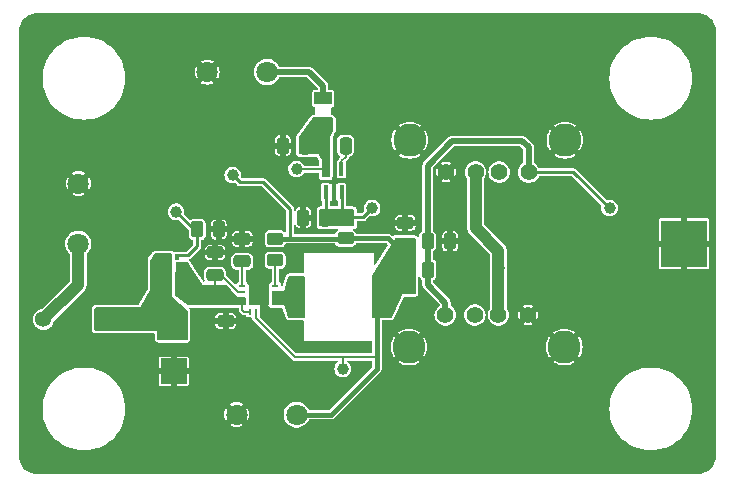
<source format=gtl>
G04 #@! TF.GenerationSoftware,KiCad,Pcbnew,8.0.8*
G04 #@! TF.CreationDate,2025-03-29T15:23:23-07:00*
G04 #@! TF.ProjectId,RCA Radio Telescope,52434120-5261-4646-996f-2054656c6573,2.1*
G04 #@! TF.SameCoordinates,Original*
G04 #@! TF.FileFunction,Copper,L1,Top*
G04 #@! TF.FilePolarity,Positive*
%FSLAX46Y46*%
G04 Gerber Fmt 4.6, Leading zero omitted, Abs format (unit mm)*
G04 Created by KiCad (PCBNEW 8.0.8) date 2025-03-29 15:23:23*
%MOMM*%
%LPD*%
G01*
G04 APERTURE LIST*
G04 Aperture macros list*
%AMRoundRect*
0 Rectangle with rounded corners*
0 $1 Rounding radius*
0 $2 $3 $4 $5 $6 $7 $8 $9 X,Y pos of 4 corners*
0 Add a 4 corners polygon primitive as box body*
4,1,4,$2,$3,$4,$5,$6,$7,$8,$9,$2,$3,0*
0 Add four circle primitives for the rounded corners*
1,1,$1+$1,$2,$3*
1,1,$1+$1,$4,$5*
1,1,$1+$1,$6,$7*
1,1,$1+$1,$8,$9*
0 Add four rect primitives between the rounded corners*
20,1,$1+$1,$2,$3,$4,$5,0*
20,1,$1+$1,$4,$5,$6,$7,0*
20,1,$1+$1,$6,$7,$8,$9,0*
20,1,$1+$1,$8,$9,$2,$3,0*%
G04 Aperture macros list end*
G04 #@! TA.AperFunction,Conductor*
%ADD10C,0.200000*%
G04 #@! TD*
G04 #@! TA.AperFunction,ComponentPad*
%ADD11C,1.422400*%
G04 #@! TD*
G04 #@! TA.AperFunction,ComponentPad*
%ADD12C,2.800000*%
G04 #@! TD*
G04 #@! TA.AperFunction,SMDPad,CuDef*
%ADD13C,1.000000*%
G04 #@! TD*
G04 #@! TA.AperFunction,SMDPad,CuDef*
%ADD14RoundRect,0.250000X0.250000X0.475000X-0.250000X0.475000X-0.250000X-0.475000X0.250000X-0.475000X0*%
G04 #@! TD*
G04 #@! TA.AperFunction,SMDPad,CuDef*
%ADD15R,4.000000X4.000000*%
G04 #@! TD*
G04 #@! TA.AperFunction,SMDPad,CuDef*
%ADD16RoundRect,0.250000X0.475000X-0.250000X0.475000X0.250000X-0.475000X0.250000X-0.475000X-0.250000X0*%
G04 #@! TD*
G04 #@! TA.AperFunction,ComponentPad*
%ADD17C,1.360000*%
G04 #@! TD*
G04 #@! TA.AperFunction,SMDPad,CuDef*
%ADD18R,0.406400X0.508000*%
G04 #@! TD*
G04 #@! TA.AperFunction,SMDPad,CuDef*
%ADD19R,0.279400X0.914400*%
G04 #@! TD*
G04 #@! TA.AperFunction,ComponentPad*
%ADD20C,1.803400*%
G04 #@! TD*
G04 #@! TA.AperFunction,SMDPad,CuDef*
%ADD21R,1.257300X3.251200*%
G04 #@! TD*
G04 #@! TA.AperFunction,SMDPad,CuDef*
%ADD22RoundRect,0.250000X-0.475000X0.250000X-0.475000X-0.250000X0.475000X-0.250000X0.475000X0.250000X0*%
G04 #@! TD*
G04 #@! TA.AperFunction,SMDPad,CuDef*
%ADD23RoundRect,0.250000X-0.262500X-0.450000X0.262500X-0.450000X0.262500X0.450000X-0.262500X0.450000X0*%
G04 #@! TD*
G04 #@! TA.AperFunction,SMDPad,CuDef*
%ADD24RoundRect,0.250000X0.262500X0.450000X-0.262500X0.450000X-0.262500X-0.450000X0.262500X-0.450000X0*%
G04 #@! TD*
G04 #@! TA.AperFunction,SMDPad,CuDef*
%ADD25RoundRect,0.250000X-0.450000X0.262500X-0.450000X-0.262500X0.450000X-0.262500X0.450000X0.262500X0*%
G04 #@! TD*
G04 #@! TA.AperFunction,SMDPad,CuDef*
%ADD26R,0.599999X0.240000*%
G04 #@! TD*
G04 #@! TA.AperFunction,SMDPad,CuDef*
%ADD27R,0.240000X0.599999*%
G04 #@! TD*
G04 #@! TA.AperFunction,SMDPad,CuDef*
%ADD28R,1.679999X1.679999*%
G04 #@! TD*
G04 #@! TA.AperFunction,ComponentPad*
%ADD29C,0.600000*%
G04 #@! TD*
G04 #@! TA.AperFunction,SMDPad,CuDef*
%ADD30R,0.375000X1.170000*%
G04 #@! TD*
G04 #@! TA.AperFunction,SMDPad,CuDef*
%ADD31R,0.300000X1.170000*%
G04 #@! TD*
G04 #@! TA.AperFunction,SMDPad,CuDef*
%ADD32R,0.400000X1.170000*%
G04 #@! TD*
G04 #@! TA.AperFunction,SMDPad,CuDef*
%ADD33RoundRect,0.250000X-0.250000X-0.475000X0.250000X-0.475000X0.250000X0.475000X-0.250000X0.475000X0*%
G04 #@! TD*
G04 #@! TA.AperFunction,SMDPad,CuDef*
%ADD34R,2.210000X2.180400*%
G04 #@! TD*
G04 #@! TA.AperFunction,SMDPad,CuDef*
%ADD35R,1.498600X0.990600*%
G04 #@! TD*
G04 #@! TA.AperFunction,ViaPad*
%ADD36C,0.600000*%
G04 #@! TD*
G04 #@! TA.AperFunction,Conductor*
%ADD37C,0.500000*%
G04 #@! TD*
G04 #@! TA.AperFunction,Conductor*
%ADD38C,0.250000*%
G04 #@! TD*
G04 #@! TA.AperFunction,Conductor*
%ADD39C,0.400000*%
G04 #@! TD*
G04 #@! TA.AperFunction,Conductor*
%ADD40C,1.500000*%
G04 #@! TD*
G04 #@! TA.AperFunction,Conductor*
%ADD41C,1.000000*%
G04 #@! TD*
G04 APERTURE END LIST*
D10*
X42800000Y-32450000D02*
X40000000Y-32450000D01*
X40000000Y-31150000D01*
X42800000Y-31150000D01*
X42800000Y-32450000D01*
G04 #@! TA.AperFunction,Conductor*
G36*
X42800000Y-32450000D02*
G01*
X40000000Y-32450000D01*
X40000000Y-31150000D01*
X42800000Y-31150000D01*
X42800000Y-32450000D01*
G37*
G04 #@! TD.AperFunction*
X48000000Y-38200000D02*
X46900000Y-38200000D01*
X46000000Y-40200000D01*
X44500000Y-40200000D01*
X44500000Y-36700000D01*
X46400000Y-33600000D01*
X48000000Y-33600000D01*
X48000000Y-38200000D01*
G04 #@! TA.AperFunction,Conductor*
G36*
X48000000Y-38200000D02*
G01*
X46900000Y-38200000D01*
X46000000Y-40200000D01*
X44500000Y-40200000D01*
X44500000Y-36700000D01*
X46400000Y-33600000D01*
X48000000Y-33600000D01*
X48000000Y-38200000D01*
G37*
G04 #@! TD.AperFunction*
X30000000Y-37600000D02*
X32000000Y-37600000D01*
X33000000Y-38580000D01*
X33605000Y-38580000D01*
X33605000Y-39120000D01*
X28800000Y-39120000D01*
X27785000Y-38370000D01*
X27790000Y-36480000D01*
X27860000Y-36351769D01*
X27860000Y-35640000D01*
X28700000Y-35640000D01*
X30000000Y-37600000D01*
G04 #@! TA.AperFunction,Conductor*
G36*
X30000000Y-37600000D02*
G01*
X32000000Y-37600000D01*
X33000000Y-38580000D01*
X33605000Y-38580000D01*
X33605000Y-39120000D01*
X28800000Y-39120000D01*
X27785000Y-38370000D01*
X27790000Y-36480000D01*
X27860000Y-36351769D01*
X27860000Y-35640000D01*
X28700000Y-35640000D01*
X30000000Y-37600000D01*
G37*
G04 #@! TD.AperFunction*
X41000000Y-24450000D02*
X40750000Y-24950000D01*
X40750000Y-28300000D01*
X40200000Y-28300000D01*
X40200000Y-26900000D01*
X39900000Y-26350000D01*
X38300000Y-26350000D01*
X38300000Y-24950000D01*
X39450000Y-23400000D01*
X41000000Y-23400000D01*
X41000000Y-24450000D01*
G04 #@! TA.AperFunction,Conductor*
G36*
X41000000Y-24450000D02*
G01*
X40750000Y-24950000D01*
X40750000Y-28300000D01*
X40200000Y-28300000D01*
X40200000Y-26900000D01*
X39900000Y-26350000D01*
X38300000Y-26350000D01*
X38300000Y-24950000D01*
X39450000Y-23400000D01*
X41000000Y-23400000D01*
X41000000Y-24450000D01*
G37*
G04 #@! TD.AperFunction*
X38600000Y-40200000D02*
X37400000Y-40200000D01*
X37000000Y-39120000D01*
X36000000Y-39120000D01*
X36000000Y-38080000D01*
X37000000Y-38080000D01*
X37400000Y-36800000D01*
X38600000Y-36800000D01*
X38600000Y-40200000D01*
G04 #@! TA.AperFunction,Conductor*
G36*
X38600000Y-40200000D02*
G01*
X37400000Y-40200000D01*
X37000000Y-39120000D01*
X36000000Y-39120000D01*
X36000000Y-38080000D01*
X37000000Y-38080000D01*
X37400000Y-36800000D01*
X38600000Y-36800000D01*
X38600000Y-40200000D01*
G37*
G04 #@! TD.AperFunction*
D11*
X57657501Y-27949400D03*
X55157501Y-27949400D03*
X53157500Y-27949400D03*
D12*
X60727500Y-25239400D03*
D11*
X50657500Y-27949400D03*
D12*
X47587501Y-25239400D03*
D13*
X41900000Y-44600000D03*
D14*
X38750000Y-25700000D03*
X36850000Y-25700000D03*
D15*
X70800000Y-34000000D03*
D13*
X29280000Y-38200000D03*
D16*
X31100000Y-36650000D03*
X31100000Y-34750000D03*
D13*
X55100000Y-36100000D03*
D17*
X16575000Y-40415000D03*
X21825000Y-40415000D03*
D18*
X26600001Y-36895001D03*
X27250000Y-36895001D03*
X26600001Y-35094999D03*
X27250000Y-35094999D03*
X27899999Y-35094999D03*
X27899999Y-36895001D03*
D19*
X27900000Y-35995000D03*
D20*
X19525000Y-34006600D03*
X19525000Y-28926600D03*
D13*
X38000000Y-27700000D03*
D21*
X37974150Y-38500000D03*
X45225850Y-38500000D03*
D13*
X64500000Y-31000000D03*
D16*
X47200000Y-34150000D03*
X47200000Y-32250000D03*
D22*
X33400000Y-33600000D03*
X33400000Y-35500000D03*
X32000000Y-38650000D03*
X32000000Y-40550000D03*
D23*
X29587500Y-32800000D03*
X31412500Y-32800000D03*
D24*
X49112500Y-36200000D03*
X47287500Y-36200000D03*
D25*
X36200000Y-33587500D03*
X36200000Y-35412500D03*
D20*
X38006600Y-48475001D03*
X32926600Y-48475001D03*
D11*
X50592500Y-40050600D03*
X53092500Y-40050600D03*
X55092501Y-40050600D03*
D12*
X47522501Y-42760600D03*
D11*
X57592501Y-40050600D03*
D12*
X60662500Y-42760600D03*
D26*
X36199999Y-39100001D03*
X36199999Y-38600002D03*
X36199999Y-38100000D03*
X36199999Y-37600001D03*
D27*
X35549998Y-36950000D03*
X35049999Y-36950000D03*
X34549997Y-36950000D03*
X34049998Y-36950000D03*
D26*
X33400000Y-37600001D03*
X33400000Y-38100000D03*
X33400000Y-38600002D03*
X33400000Y-39100001D03*
D27*
X34049998Y-39749999D03*
X34549997Y-39749999D03*
X35049999Y-39749999D03*
X35549998Y-39749999D03*
D28*
X34799997Y-38350000D03*
D29*
X34210001Y-38939998D03*
X34210001Y-37760001D03*
X35389998Y-37760001D03*
X35389998Y-38939998D03*
X34799999Y-38350000D03*
D30*
X40462500Y-29640000D03*
D31*
X41150000Y-29640000D03*
D30*
X41812500Y-29640000D03*
D32*
X41800000Y-27700000D03*
X40500000Y-27700000D03*
D13*
X44400000Y-31000000D03*
D33*
X40250000Y-25700000D03*
X42150000Y-25700000D03*
D34*
X27600000Y-41100000D03*
X27600000Y-44814400D03*
D20*
X35506600Y-19475001D03*
X30426600Y-19475001D03*
D13*
X27800000Y-31300000D03*
D35*
X40250000Y-23892200D03*
X40250000Y-21707800D03*
D14*
X40450000Y-31800000D03*
X38550000Y-31800000D03*
D13*
X32600000Y-28200000D03*
X24100000Y-40400000D03*
D25*
X42150000Y-31737500D03*
X42150000Y-33562500D03*
D33*
X49100000Y-33800000D03*
X51000000Y-33800000D03*
D36*
X72250000Y-37000000D03*
X45800000Y-29400000D03*
X54500000Y-42000000D03*
X34600000Y-42200000D03*
X53500000Y-21000000D03*
X39200000Y-28500000D03*
X64000000Y-28000000D03*
X38000000Y-41000000D03*
X31800000Y-44800000D03*
X41600000Y-20400000D03*
X52000000Y-41500000D03*
X17600000Y-32800000D03*
X45800000Y-27000000D03*
X51400000Y-17000000D03*
X26500000Y-25000000D03*
X36200000Y-40400000D03*
X34800000Y-31800000D03*
X40500000Y-34350000D03*
X39800000Y-44900000D03*
X15200000Y-39600000D03*
X23000000Y-25300000D03*
X41200000Y-42800000D03*
X42400000Y-42800000D03*
X34600000Y-21200000D03*
X73000000Y-37000000D03*
X17000000Y-34000000D03*
X45200000Y-24000000D03*
X35000000Y-45000000D03*
X34600000Y-29800000D03*
X50600000Y-37200000D03*
X17600000Y-36200000D03*
X56000000Y-41500000D03*
X40000000Y-50000000D03*
X44800000Y-46800000D03*
X27000000Y-51000000D03*
X50200000Y-32000000D03*
X26400000Y-32600000D03*
X36000000Y-26800000D03*
X26500000Y-28600000D03*
X36600000Y-28800000D03*
X55800000Y-17000000D03*
X43000000Y-48800000D03*
X25000000Y-44800000D03*
X23500000Y-43000000D03*
X21400000Y-36200000D03*
X45700000Y-43900000D03*
X30500000Y-40900000D03*
X52000000Y-43400000D03*
X33500000Y-22000000D03*
X47600000Y-39600000D03*
X46100000Y-41100000D03*
X20600000Y-38400000D03*
X24500000Y-35900000D03*
X29800000Y-30000000D03*
X36200000Y-48000000D03*
X70800000Y-28600000D03*
X34800000Y-33000000D03*
X41400000Y-46200000D03*
X43200000Y-29200000D03*
X51000000Y-31000000D03*
X52000000Y-26600000D03*
X36200000Y-17600000D03*
X57600000Y-41800000D03*
X33000000Y-51000000D03*
X39300000Y-27000000D03*
X56500000Y-28700000D03*
X28500000Y-27000000D03*
X16600000Y-38400000D03*
X59500000Y-31000000D03*
X54600000Y-26200000D03*
X45800000Y-28200000D03*
X57000000Y-33800000D03*
X38700000Y-44900000D03*
X57500000Y-51000000D03*
X33000000Y-41600000D03*
X43700000Y-42800000D03*
X38800000Y-22900000D03*
X44750000Y-51150000D03*
X38400000Y-42800000D03*
X57000000Y-38000000D03*
X44900000Y-34450000D03*
X40800000Y-19600000D03*
X45600000Y-45800000D03*
X37000000Y-41400000D03*
X22500000Y-29000000D03*
X38200000Y-35000000D03*
X22000000Y-34000000D03*
X45000000Y-16800000D03*
X15200000Y-41400000D03*
X66500000Y-35250000D03*
X44000000Y-47800000D03*
X62500000Y-35000000D03*
X36800000Y-44600000D03*
X29500000Y-35300000D03*
X45600000Y-31800000D03*
X42000000Y-49800000D03*
X26000000Y-43000000D03*
X23000000Y-38000000D03*
X26500000Y-46700000D03*
X57000000Y-32000000D03*
X18600000Y-32000000D03*
X68800000Y-31200000D03*
X43500000Y-44400000D03*
X30500000Y-22000000D03*
X45600000Y-32600000D03*
X44000000Y-20000000D03*
X34200000Y-26600000D03*
X49500000Y-21000000D03*
X59400000Y-35300000D03*
X40000000Y-46800000D03*
X42200000Y-24000000D03*
X70000000Y-39800000D03*
X51800000Y-28600000D03*
X41500000Y-16800000D03*
X37400000Y-50200000D03*
X39000000Y-34287500D03*
X50200000Y-35200000D03*
X43200000Y-27200000D03*
X23200000Y-42200000D03*
X67500000Y-32000000D03*
X38600000Y-46600000D03*
X24700000Y-46400000D03*
X56000000Y-43400000D03*
X31100000Y-25000000D03*
X38800000Y-22100000D03*
X30500000Y-17000000D03*
X35600000Y-30600000D03*
X59500000Y-37000000D03*
X56400000Y-26600000D03*
X18000000Y-41600000D03*
X31000000Y-42000000D03*
X48000000Y-44750000D03*
X20400000Y-32000000D03*
X30800000Y-26800000D03*
X57000000Y-30000000D03*
X19800000Y-39400000D03*
X51800000Y-35200000D03*
X62300000Y-30700000D03*
X28600000Y-28400000D03*
X38600000Y-50200000D03*
X32000000Y-26200000D03*
X57500000Y-46000000D03*
X32000000Y-31000000D03*
X29200000Y-47200000D03*
X26400000Y-30600000D03*
X36200000Y-49200000D03*
X34800000Y-34600000D03*
X26500000Y-22000000D03*
X19800000Y-41800000D03*
X37000000Y-18400000D03*
X53500000Y-26200000D03*
X21400000Y-32800000D03*
X32200000Y-33800000D03*
X30800000Y-45000000D03*
X21000000Y-37400000D03*
X35100000Y-26800000D03*
X26100000Y-47200000D03*
X38900000Y-29600000D03*
X42200000Y-21400000D03*
X43200000Y-30200000D03*
X34800000Y-36100000D03*
X72500000Y-42000000D03*
X67500000Y-31300000D03*
X26500000Y-17000000D03*
X34500000Y-17600000D03*
X35200000Y-24200000D03*
X65000000Y-39800000D03*
X33200000Y-42800000D03*
X27600000Y-43000000D03*
X38700000Y-21100000D03*
X66500000Y-36250000D03*
X58500000Y-38000000D03*
X49000000Y-39600000D03*
X33000000Y-29600000D03*
X37400000Y-46600000D03*
X36400000Y-24200000D03*
X62500000Y-23000000D03*
X62500000Y-51000000D03*
X42200000Y-22500000D03*
X70500000Y-37000000D03*
X66500000Y-42200000D03*
X67500000Y-37000000D03*
X17600000Y-35200000D03*
X25000000Y-44000000D03*
X37600000Y-24200000D03*
X51000000Y-30000000D03*
X65500000Y-33250000D03*
X51600000Y-38200000D03*
X62500000Y-46000000D03*
X43200000Y-28200000D03*
X38200000Y-35900000D03*
X32500000Y-36500000D03*
X16500000Y-29000000D03*
X47400000Y-51100000D03*
X57400000Y-21000000D03*
X69500000Y-37000000D03*
X30800000Y-46100000D03*
X43200000Y-24000000D03*
X21400000Y-35200000D03*
X53500000Y-42000000D03*
X51800000Y-32000000D03*
X38100000Y-30500000D03*
X40000000Y-18800000D03*
X34100000Y-25000000D03*
X44200000Y-26800000D03*
X37400000Y-20700000D03*
X34200000Y-27800000D03*
X44200000Y-22800000D03*
X16600000Y-42400000D03*
X65500000Y-34250000D03*
X50500000Y-46000000D03*
X36400000Y-21200000D03*
X57000000Y-36000000D03*
X31600000Y-29400000D03*
X17600000Y-37400000D03*
X45300000Y-25600000D03*
X28800000Y-46700000D03*
X33200000Y-43600000D03*
X21800000Y-42200000D03*
X20200000Y-40400000D03*
X33400000Y-19500000D03*
X50500000Y-51000000D03*
X72800000Y-30200000D03*
X30100000Y-43800000D03*
X33200000Y-26200000D03*
X29100000Y-43000000D03*
X62500000Y-37000000D03*
D10*
X38799999Y-31499999D02*
X38800000Y-31500000D01*
D37*
X35506600Y-19475001D02*
X39075001Y-19475001D01*
X40250000Y-20650000D02*
X40250000Y-21707800D01*
X39075001Y-19475001D02*
X40250000Y-20650000D01*
D38*
X42125000Y-33587500D02*
X42150000Y-33562500D01*
D39*
X37450000Y-33587500D02*
X42125000Y-33587500D01*
D10*
X41900000Y-43600000D02*
X37830001Y-43600000D01*
D39*
X42700000Y-46700000D02*
X43250000Y-46150000D01*
X44800000Y-43600000D02*
X44800000Y-44600000D01*
D38*
X35200000Y-28800000D02*
X37450000Y-31050000D01*
D39*
X42150000Y-33562500D02*
X45762500Y-33562500D01*
D10*
X44800000Y-43600000D02*
X41900000Y-43600000D01*
D38*
X37450000Y-31050000D02*
X37450000Y-33587500D01*
X33200000Y-28800000D02*
X35200000Y-28800000D01*
D10*
X37830001Y-43600000D02*
X34549997Y-40319996D01*
D39*
X44800000Y-43600000D02*
X44800000Y-40000000D01*
X36200000Y-33587500D02*
X37450000Y-33587500D01*
D38*
X32600000Y-28200000D02*
X33200000Y-28800000D01*
D10*
X34549997Y-40319996D02*
X34549997Y-39749999D01*
D39*
X38006600Y-48475001D02*
X40924999Y-48475001D01*
X44800000Y-44600000D02*
X43250000Y-46150000D01*
X40924999Y-48475001D02*
X42700000Y-46700000D01*
X45762500Y-33562500D02*
X46150000Y-33950000D01*
D10*
X41900000Y-44600000D02*
X41900000Y-43600000D01*
D38*
X29587500Y-34237500D02*
X28825002Y-34999998D01*
X29587500Y-32800000D02*
X29587500Y-34237500D01*
X27999998Y-34999998D02*
X28825002Y-34999998D01*
D10*
X29587500Y-32800000D02*
X29300000Y-32800000D01*
D38*
X29300000Y-32800000D02*
X27800000Y-31300000D01*
D40*
X19400000Y-34131600D02*
X19525000Y-34006600D01*
D41*
X19525000Y-37465000D02*
X16575000Y-40415000D01*
X19525000Y-34006600D02*
X19525000Y-37465000D01*
X53157500Y-32657500D02*
X53157500Y-31000000D01*
X53157500Y-31000000D02*
X53157500Y-27949400D01*
X55092501Y-34592501D02*
X53157500Y-32657500D01*
X55092501Y-40050600D02*
X55092501Y-34592501D01*
D10*
X33400000Y-39600000D02*
X33549999Y-39749999D01*
X31100000Y-36650000D02*
X31575000Y-36650000D01*
X33549999Y-39749999D02*
X34049998Y-39749999D01*
X31575000Y-36650000D02*
X33025000Y-38100000D01*
X31100000Y-36650000D02*
X31100000Y-37650000D01*
X33025000Y-38100000D02*
X33400000Y-38100000D01*
X33400000Y-39100001D02*
X33400000Y-39600000D01*
X33400000Y-35500000D02*
X33400000Y-37600001D01*
X36200000Y-35412500D02*
X36200000Y-37600000D01*
X40500000Y-27700000D02*
X38000000Y-27700000D01*
X42150000Y-26650000D02*
X42150000Y-25700000D01*
X41800000Y-27000000D02*
X42150000Y-26650000D01*
X41800000Y-27700000D02*
X41800000Y-27000000D01*
D38*
X44400000Y-31000000D02*
X43650000Y-31750000D01*
X40475000Y-29640000D02*
X40475000Y-31175000D01*
X43650000Y-31750000D02*
X42400000Y-31750000D01*
D10*
X40500000Y-31750000D02*
X40450000Y-31800000D01*
D38*
X41825000Y-29640000D02*
X41825000Y-31175000D01*
X40475000Y-31175000D02*
X40450000Y-31200000D01*
X41825000Y-31175000D02*
X41850000Y-31200000D01*
D37*
X57100000Y-25300000D02*
X51200000Y-25300000D01*
X50592500Y-38992500D02*
X49112500Y-37512500D01*
X57657501Y-27949400D02*
X57657501Y-25857501D01*
D39*
X49112500Y-31112500D02*
X49100000Y-31100000D01*
D37*
X49112500Y-37512500D02*
X49112500Y-36500000D01*
X57657501Y-25857501D02*
X57100000Y-25300000D01*
D38*
X61449400Y-27949400D02*
X64500000Y-31000000D01*
D37*
X50592500Y-40050600D02*
X50592500Y-38992500D01*
X49100000Y-31100000D02*
X49100000Y-27400000D01*
X49112500Y-36500000D02*
X49112500Y-31112500D01*
X51200000Y-25300000D02*
X49100000Y-27400000D01*
D38*
X57657501Y-27949400D02*
X61449400Y-27949400D01*
G04 #@! TA.AperFunction,Conductor*
G36*
X27282263Y-34801445D02*
G01*
X27301289Y-34805229D01*
X27336867Y-34812306D01*
X27363969Y-34823531D01*
X27403989Y-34850272D01*
X27424727Y-34871010D01*
X27451467Y-34911028D01*
X27462694Y-34938132D01*
X27473555Y-34992735D01*
X27475000Y-35007406D01*
X27475000Y-38500000D01*
X28689583Y-39600000D01*
X28728418Y-39635171D01*
X28738871Y-39646840D01*
X28773492Y-39694709D01*
X28786127Y-39723197D01*
X28798368Y-39780992D01*
X28800000Y-39796574D01*
X28800000Y-41992593D01*
X28798555Y-42007264D01*
X28787694Y-42061867D01*
X28776466Y-42088973D01*
X28749731Y-42128985D01*
X28728986Y-42149729D01*
X28688973Y-42176466D01*
X28661867Y-42187694D01*
X28607265Y-42198555D01*
X28592594Y-42200000D01*
X26407406Y-42200000D01*
X26392735Y-42198555D01*
X26338131Y-42187693D01*
X26311028Y-42176467D01*
X26271010Y-42149727D01*
X26250272Y-42128989D01*
X26223531Y-42088969D01*
X26212306Y-42061867D01*
X26201445Y-42007264D01*
X26201445Y-42007262D01*
X26200000Y-41992593D01*
X26200000Y-41599999D01*
X26200000Y-41400000D01*
X26000001Y-41400000D01*
X21057406Y-41400000D01*
X21042735Y-41398555D01*
X20988131Y-41387693D01*
X20961028Y-41376467D01*
X20921010Y-41349727D01*
X20900272Y-41328989D01*
X20873531Y-41288969D01*
X20862306Y-41261867D01*
X20856507Y-41232717D01*
X20851445Y-41207262D01*
X20850000Y-41192593D01*
X20850000Y-39607406D01*
X20851445Y-39592737D01*
X20854545Y-39577148D01*
X20862306Y-39538130D01*
X20873530Y-39511032D01*
X20900274Y-39471007D01*
X20921007Y-39450274D01*
X20961032Y-39423530D01*
X20988130Y-39412306D01*
X21027148Y-39404545D01*
X21042737Y-39401445D01*
X21057406Y-39400000D01*
X24679996Y-39400000D01*
X24680000Y-39400000D01*
X24800000Y-39400000D01*
X24856469Y-39294119D01*
X24856471Y-39294118D01*
X25576471Y-37944118D01*
X25576472Y-37944113D01*
X25600000Y-37900000D01*
X25600000Y-35466093D01*
X25600811Y-35455078D01*
X25606951Y-35413611D01*
X25613335Y-35392528D01*
X25631227Y-35354621D01*
X25636658Y-35345012D01*
X25935477Y-34896783D01*
X25947496Y-34882823D01*
X25998703Y-34836339D01*
X26030954Y-34819078D01*
X26098032Y-34802257D01*
X26116323Y-34800000D01*
X27267594Y-34800000D01*
X27282263Y-34801445D01*
G37*
G04 #@! TD.AperFunction*
G04 #@! TA.AperFunction,Conductor*
G36*
X35899500Y-37170653D02*
G01*
X35792324Y-37310806D01*
X35755446Y-37335448D01*
X35711131Y-37401770D01*
X35711130Y-37401771D01*
X35707040Y-37422331D01*
X35640000Y-37510000D01*
X33960000Y-37510000D01*
X33893301Y-37424061D01*
X33888868Y-37401771D01*
X33888867Y-37401770D01*
X33844552Y-37335448D01*
X33802955Y-37307654D01*
X33700500Y-37175644D01*
X33700500Y-36449994D01*
X35899500Y-36425005D01*
X35899500Y-37170653D01*
G37*
G04 #@! TD.AperFunction*
G04 #@! TA.AperFunction,Conductor*
G36*
X35701918Y-39251918D02*
G01*
X35711130Y-39298230D01*
X35711131Y-39298231D01*
X35755446Y-39364553D01*
X35821768Y-39408868D01*
X35821769Y-39408869D01*
X35868080Y-39418080D01*
X35880000Y-39430000D01*
X35875000Y-40200000D01*
X34925000Y-40240000D01*
X34925000Y-39175000D01*
X35625000Y-39175000D01*
X35701918Y-39251918D01*
G37*
G04 #@! TD.AperFunction*
G04 #@! TA.AperFunction,Conductor*
G36*
X35980104Y-39421781D02*
G01*
X35984740Y-39422647D01*
X36000000Y-39425500D01*
X36735028Y-39425500D01*
X36783366Y-39443093D01*
X36805545Y-39474580D01*
X37111257Y-40300000D01*
X37113524Y-40306120D01*
X37126528Y-40336174D01*
X37126530Y-40336176D01*
X37194185Y-40425766D01*
X37194184Y-40425766D01*
X37289638Y-40484869D01*
X37289639Y-40484869D01*
X37289641Y-40484870D01*
X37400000Y-40505500D01*
X37400004Y-40505500D01*
X38578400Y-40505500D01*
X38626738Y-40523093D01*
X38652458Y-40567642D01*
X38653600Y-40580700D01*
X38653600Y-42246500D01*
X44324300Y-42246500D01*
X44372638Y-42264093D01*
X44398358Y-42308642D01*
X44399500Y-42321700D01*
X44399500Y-43224300D01*
X44381907Y-43272638D01*
X44337358Y-43298358D01*
X44324300Y-43299500D01*
X37985620Y-43299500D01*
X37937282Y-43281907D01*
X37932446Y-43277474D01*
X34946859Y-40291887D01*
X34925119Y-40245267D01*
X34926547Y-40239934D01*
X35875000Y-40200000D01*
X35880000Y-39430000D01*
X35876363Y-39426363D01*
X35884540Y-39421643D01*
X35897598Y-39420501D01*
X35966288Y-39420501D01*
X35980104Y-39421781D01*
G37*
G04 #@! TD.AperFunction*
G04 #@! TA.AperFunction,Conductor*
G36*
X34732655Y-37552911D02*
G01*
X34719341Y-37602598D01*
X34710916Y-37612639D01*
X34563555Y-37760000D01*
X34728559Y-37925004D01*
X34728560Y-37925006D01*
X34799999Y-37996445D01*
X35036444Y-37760000D01*
X34889083Y-37612639D01*
X34867343Y-37566019D01*
X34880657Y-37516332D01*
X34885970Y-37510000D01*
X35493551Y-37510000D01*
X35513600Y-37530049D01*
X35535340Y-37576669D01*
X35522026Y-37626356D01*
X35513601Y-37636397D01*
X35496063Y-37653934D01*
X35474966Y-37632837D01*
X35419835Y-37610001D01*
X35360161Y-37610001D01*
X35305030Y-37632837D01*
X35262834Y-37675033D01*
X35239998Y-37730164D01*
X35239998Y-37789838D01*
X35262834Y-37844969D01*
X35305030Y-37887165D01*
X35360161Y-37910001D01*
X35419835Y-37910001D01*
X35474966Y-37887165D01*
X35496063Y-37866067D01*
X35513600Y-37883604D01*
X35535340Y-37930224D01*
X35522026Y-37979911D01*
X35513601Y-37989952D01*
X35189464Y-38314090D01*
X35189463Y-38314091D01*
X35153553Y-38350000D01*
X35200039Y-38396485D01*
X35513600Y-38710046D01*
X35535340Y-38756666D01*
X35522026Y-38806353D01*
X35513601Y-38816394D01*
X35496063Y-38833931D01*
X35474966Y-38812834D01*
X35419835Y-38789998D01*
X35360161Y-38789998D01*
X35305030Y-38812834D01*
X35262834Y-38855030D01*
X35239998Y-38910161D01*
X35239998Y-38969835D01*
X35262834Y-39024966D01*
X35305030Y-39067162D01*
X35360161Y-39089998D01*
X35419835Y-39089998D01*
X35474966Y-39067162D01*
X35496063Y-39046064D01*
X35513600Y-39063601D01*
X35535340Y-39110221D01*
X35522026Y-39159908D01*
X35513601Y-39169949D01*
X35508550Y-39175000D01*
X34925000Y-39175000D01*
X34925000Y-39229624D01*
X34889083Y-39193707D01*
X34867343Y-39147087D01*
X34880657Y-39097400D01*
X34889083Y-39087358D01*
X35036443Y-38939998D01*
X34965013Y-38868568D01*
X34965002Y-38868558D01*
X34799999Y-38703554D01*
X34599465Y-38904089D01*
X34599464Y-38904089D01*
X34439952Y-39063601D01*
X34393332Y-39085341D01*
X34343645Y-39072027D01*
X34333604Y-39063601D01*
X34316067Y-39046064D01*
X34337165Y-39024966D01*
X34360001Y-38969835D01*
X34360001Y-38910161D01*
X34337165Y-38855030D01*
X34294969Y-38812834D01*
X34239838Y-38789998D01*
X34180164Y-38789998D01*
X34125033Y-38812834D01*
X34103935Y-38833932D01*
X34086398Y-38816395D01*
X34064658Y-38769775D01*
X34077972Y-38720088D01*
X34086398Y-38710047D01*
X34410536Y-38385909D01*
X34410536Y-38385908D01*
X34446444Y-38349999D01*
X34416608Y-38320163D01*
X34649999Y-38320163D01*
X34649999Y-38379837D01*
X34672835Y-38434968D01*
X34715031Y-38477164D01*
X34770162Y-38500000D01*
X34829836Y-38500000D01*
X34884967Y-38477164D01*
X34927163Y-38434968D01*
X34949999Y-38379837D01*
X34949999Y-38320163D01*
X34927163Y-38265032D01*
X34884967Y-38222836D01*
X34829836Y-38200000D01*
X34770162Y-38200000D01*
X34715031Y-38222836D01*
X34672835Y-38265032D01*
X34649999Y-38320163D01*
X34416608Y-38320163D01*
X34256487Y-38160043D01*
X34256485Y-38160039D01*
X34086398Y-37989952D01*
X34064658Y-37943332D01*
X34077972Y-37893645D01*
X34086398Y-37883603D01*
X34103934Y-37866066D01*
X34125033Y-37887165D01*
X34180164Y-37910001D01*
X34239838Y-37910001D01*
X34294969Y-37887165D01*
X34337165Y-37844969D01*
X34360001Y-37789838D01*
X34360001Y-37730164D01*
X34337165Y-37675033D01*
X34294969Y-37632837D01*
X34239838Y-37610001D01*
X34180164Y-37610001D01*
X34125033Y-37632837D01*
X34103935Y-37653934D01*
X34086398Y-37636397D01*
X34064658Y-37589777D01*
X34077972Y-37540090D01*
X34086398Y-37530048D01*
X34106446Y-37510000D01*
X34712645Y-37510000D01*
X34732655Y-37552911D01*
G37*
G04 #@! TD.AperFunction*
G04 #@! TA.AperFunction,Conductor*
G36*
X72002684Y-14500692D02*
G01*
X72208039Y-14515379D01*
X72218640Y-14516902D01*
X72417213Y-14560099D01*
X72427488Y-14563116D01*
X72564283Y-14614138D01*
X72617877Y-14634128D01*
X72627636Y-14638585D01*
X72805968Y-14735961D01*
X72814995Y-14741762D01*
X72977664Y-14863535D01*
X72985772Y-14870562D01*
X73129437Y-15014227D01*
X73136464Y-15022335D01*
X73258237Y-15185004D01*
X73264038Y-15194031D01*
X73361414Y-15372363D01*
X73365871Y-15382122D01*
X73436882Y-15572508D01*
X73439902Y-15582795D01*
X73483094Y-15781343D01*
X73484620Y-15791963D01*
X73499308Y-15997315D01*
X73499500Y-16002680D01*
X73499500Y-51997319D01*
X73499308Y-52002684D01*
X73484620Y-52208036D01*
X73483094Y-52218656D01*
X73439905Y-52417196D01*
X73436882Y-52427491D01*
X73365871Y-52617877D01*
X73361414Y-52627636D01*
X73264038Y-52805968D01*
X73258237Y-52814995D01*
X73136464Y-52977664D01*
X73129437Y-52985772D01*
X72985772Y-53129437D01*
X72977664Y-53136464D01*
X72814995Y-53258237D01*
X72805968Y-53264038D01*
X72627636Y-53361414D01*
X72617877Y-53365871D01*
X72427491Y-53436882D01*
X72417200Y-53439903D01*
X72218654Y-53483094D01*
X72208036Y-53484620D01*
X72002684Y-53499308D01*
X71997319Y-53499500D01*
X16002681Y-53499500D01*
X15997316Y-53499308D01*
X15791963Y-53484620D01*
X15781347Y-53483094D01*
X15582795Y-53439902D01*
X15572508Y-53436882D01*
X15382122Y-53365871D01*
X15372363Y-53361414D01*
X15194031Y-53264038D01*
X15185004Y-53258237D01*
X15022335Y-53136464D01*
X15014227Y-53129437D01*
X14870562Y-52985772D01*
X14863535Y-52977664D01*
X14741762Y-52814995D01*
X14735961Y-52805968D01*
X14638585Y-52627636D01*
X14634128Y-52617877D01*
X14563117Y-52427491D01*
X14560099Y-52417213D01*
X14516902Y-52218640D01*
X14515379Y-52208036D01*
X14500692Y-52002684D01*
X14500500Y-51997319D01*
X14500500Y-48000000D01*
X16494696Y-48000000D01*
X16513897Y-48366403D01*
X16571293Y-48728786D01*
X16571294Y-48728788D01*
X16571295Y-48728794D01*
X16659430Y-49057716D01*
X16666260Y-49083206D01*
X16797741Y-49425730D01*
X16797742Y-49425731D01*
X16964317Y-49752651D01*
X17164149Y-50060366D01*
X17164155Y-50060375D01*
X17395047Y-50345501D01*
X17395064Y-50345520D01*
X17654479Y-50604935D01*
X17654488Y-50604943D01*
X17654494Y-50604949D01*
X17654498Y-50604952D01*
X17939624Y-50835844D01*
X17939631Y-50835849D01*
X17939634Y-50835851D01*
X18247348Y-51035682D01*
X18574268Y-51202257D01*
X18574269Y-51202258D01*
X18916793Y-51333739D01*
X18916801Y-51333742D01*
X19271206Y-51428705D01*
X19633596Y-51486102D01*
X20000000Y-51505304D01*
X20366404Y-51486102D01*
X20728794Y-51428705D01*
X21083199Y-51333742D01*
X21189364Y-51292989D01*
X21425730Y-51202258D01*
X21425731Y-51202257D01*
X21425731Y-51202256D01*
X21425736Y-51202255D01*
X21752652Y-51035682D01*
X22060366Y-50835851D01*
X22345506Y-50604949D01*
X22604949Y-50345506D01*
X22835851Y-50060366D01*
X23035682Y-49752652D01*
X23202255Y-49425736D01*
X23202257Y-49425731D01*
X23202258Y-49425730D01*
X23292989Y-49189364D01*
X23333742Y-49083199D01*
X23428705Y-48728794D01*
X23468902Y-48475001D01*
X31867400Y-48475001D01*
X31887751Y-48681637D01*
X31948027Y-48880340D01*
X32024547Y-49023500D01*
X32327318Y-48720728D01*
X32352616Y-48781802D01*
X32423499Y-48887886D01*
X32513715Y-48978102D01*
X32619799Y-49048985D01*
X32680870Y-49074281D01*
X32378099Y-49377052D01*
X32521260Y-49453573D01*
X32719965Y-49513849D01*
X32719961Y-49513849D01*
X32926600Y-49534200D01*
X33133236Y-49513849D01*
X33331938Y-49453573D01*
X33475099Y-49377052D01*
X33172328Y-49074281D01*
X33233401Y-49048985D01*
X33339485Y-48978102D01*
X33429701Y-48887886D01*
X33500584Y-48781802D01*
X33525880Y-48720729D01*
X33828651Y-49023500D01*
X33905172Y-48880339D01*
X33965448Y-48681637D01*
X33985799Y-48475001D01*
X33965448Y-48268364D01*
X33905172Y-48069661D01*
X33828651Y-47926500D01*
X33525880Y-48229271D01*
X33500584Y-48168200D01*
X33429701Y-48062116D01*
X33339485Y-47971900D01*
X33233401Y-47901017D01*
X33172327Y-47875719D01*
X33475099Y-47572948D01*
X33331939Y-47496428D01*
X33133234Y-47436152D01*
X33133238Y-47436152D01*
X32926600Y-47415801D01*
X32719963Y-47436152D01*
X32521262Y-47496428D01*
X32521259Y-47496429D01*
X32378099Y-47572948D01*
X32680871Y-47875719D01*
X32619799Y-47901017D01*
X32513715Y-47971900D01*
X32423499Y-48062116D01*
X32352616Y-48168200D01*
X32327319Y-48229272D01*
X32024547Y-47926500D01*
X31948028Y-48069660D01*
X31948027Y-48069663D01*
X31887751Y-48268364D01*
X31867400Y-48475001D01*
X23468902Y-48475001D01*
X23486102Y-48366404D01*
X23505304Y-48000000D01*
X23486102Y-47633596D01*
X23428705Y-47271206D01*
X23333742Y-46916801D01*
X23333739Y-46916793D01*
X23202258Y-46574269D01*
X23202257Y-46574268D01*
X23035682Y-46247348D01*
X22851716Y-45964064D01*
X22835851Y-45939634D01*
X22835849Y-45939631D01*
X22835844Y-45939624D01*
X22819638Y-45919612D01*
X26342600Y-45919612D01*
X26351441Y-45964062D01*
X26351442Y-45964064D01*
X26385126Y-46014473D01*
X26435535Y-46048157D01*
X26435537Y-46048158D01*
X26479987Y-46057000D01*
X27350000Y-46057000D01*
X27850000Y-46057000D01*
X28720013Y-46057000D01*
X28764462Y-46048158D01*
X28764464Y-46048157D01*
X28814873Y-46014473D01*
X28848557Y-45964064D01*
X28848558Y-45964062D01*
X28857400Y-45919612D01*
X28857400Y-45064400D01*
X27850000Y-45064400D01*
X27850000Y-46057000D01*
X27350000Y-46057000D01*
X27350000Y-45064400D01*
X26342600Y-45064400D01*
X26342600Y-45919612D01*
X22819638Y-45919612D01*
X22604952Y-45654498D01*
X22604949Y-45654494D01*
X22604943Y-45654488D01*
X22604935Y-45654479D01*
X22345520Y-45395064D01*
X22345510Y-45395055D01*
X22345506Y-45395051D01*
X22335067Y-45386598D01*
X22060375Y-45164155D01*
X22060366Y-45164149D01*
X21752651Y-44964317D01*
X21425731Y-44797742D01*
X21425730Y-44797741D01*
X21083206Y-44666260D01*
X21083199Y-44666258D01*
X20728794Y-44571295D01*
X20728788Y-44571294D01*
X20728786Y-44571293D01*
X20366403Y-44513897D01*
X20000000Y-44494696D01*
X19633596Y-44513897D01*
X19271213Y-44571293D01*
X19271211Y-44571294D01*
X19271209Y-44571294D01*
X19271206Y-44571295D01*
X19022089Y-44638045D01*
X18916793Y-44666260D01*
X18574269Y-44797741D01*
X18574268Y-44797742D01*
X18247348Y-44964317D01*
X17939633Y-45164149D01*
X17939624Y-45164155D01*
X17654498Y-45395047D01*
X17654479Y-45395064D01*
X17395064Y-45654479D01*
X17395047Y-45654498D01*
X17164155Y-45939624D01*
X17164149Y-45939633D01*
X16964317Y-46247348D01*
X16797742Y-46574268D01*
X16797741Y-46574269D01*
X16666260Y-46916793D01*
X16571294Y-47271211D01*
X16571293Y-47271213D01*
X16513897Y-47633596D01*
X16494696Y-48000000D01*
X14500500Y-48000000D01*
X14500500Y-43709187D01*
X26342600Y-43709187D01*
X26342600Y-44564400D01*
X27350000Y-44564400D01*
X27850000Y-44564400D01*
X28857400Y-44564400D01*
X28857400Y-43709187D01*
X28848558Y-43664737D01*
X28848557Y-43664735D01*
X28814873Y-43614326D01*
X28764464Y-43580642D01*
X28764462Y-43580641D01*
X28720013Y-43571800D01*
X27850000Y-43571800D01*
X27850000Y-44564400D01*
X27350000Y-44564400D01*
X27350000Y-43571800D01*
X26479987Y-43571800D01*
X26435537Y-43580641D01*
X26435535Y-43580642D01*
X26385126Y-43614326D01*
X26351442Y-43664735D01*
X26351441Y-43664737D01*
X26342600Y-43709187D01*
X14500500Y-43709187D01*
X14500500Y-40414999D01*
X15689650Y-40414999D01*
X15694088Y-40457224D01*
X15694500Y-40465085D01*
X15694500Y-40501724D01*
X15702870Y-40543804D01*
X15703903Y-40550613D01*
X15708997Y-40599075D01*
X15720178Y-40633490D01*
X15722413Y-40642053D01*
X15728338Y-40671835D01*
X15747156Y-40717267D01*
X15749199Y-40722805D01*
X15766193Y-40775105D01*
X15781144Y-40801002D01*
X15785494Y-40809822D01*
X15794710Y-40832072D01*
X15825510Y-40878168D01*
X15828108Y-40882346D01*
X15858732Y-40935389D01*
X15858734Y-40935392D01*
X15858737Y-40935396D01*
X15874539Y-40952946D01*
X15874541Y-40952948D01*
X15881180Y-40961484D01*
X15891071Y-40976286D01*
X15891076Y-40976291D01*
X15934688Y-41019903D01*
X15937381Y-41022739D01*
X15982585Y-41072943D01*
X15996599Y-41083125D01*
X15996604Y-41083128D01*
X16005577Y-41090793D01*
X16013707Y-41098923D01*
X16013711Y-41098926D01*
X16013714Y-41098929D01*
X16038668Y-41115603D01*
X16070216Y-41136683D01*
X16072629Y-41138364D01*
X16132325Y-41181736D01*
X16142403Y-41186222D01*
X16153591Y-41192392D01*
X16157927Y-41195289D01*
X16226485Y-41223686D01*
X16228248Y-41224443D01*
X16301412Y-41257018D01*
X16306033Y-41258000D01*
X16314610Y-41260663D01*
X16314633Y-41260590D01*
X16318162Y-41261660D01*
X16318168Y-41261663D01*
X16397123Y-41277368D01*
X16397984Y-41277544D01*
X16482456Y-41295500D01*
X16482458Y-41295500D01*
X16667542Y-41295500D01*
X16667544Y-41295500D01*
X16752041Y-41277539D01*
X16752873Y-41277368D01*
X16831832Y-41261663D01*
X16831835Y-41261661D01*
X16835370Y-41260590D01*
X16835392Y-41260663D01*
X16843969Y-41258000D01*
X16846005Y-41257566D01*
X16848588Y-41257018D01*
X16921791Y-41224424D01*
X16923402Y-41223732D01*
X16992073Y-41195289D01*
X16996393Y-41192402D01*
X17007595Y-41186222D01*
X17017675Y-41181736D01*
X17077389Y-41138349D01*
X17079755Y-41136700D01*
X17136286Y-41098929D01*
X17144422Y-41090792D01*
X17153394Y-41083129D01*
X17167415Y-41072943D01*
X17212610Y-41022747D01*
X17215282Y-41019931D01*
X17258929Y-40976286D01*
X17268820Y-40961481D01*
X17275449Y-40952957D01*
X17291263Y-40935396D01*
X17321904Y-40882322D01*
X17324474Y-40878189D01*
X17355289Y-40832073D01*
X17364507Y-40809817D01*
X17368855Y-40801001D01*
X17369433Y-40800000D01*
X17383807Y-40775104D01*
X17400802Y-40722798D01*
X17402841Y-40717273D01*
X17421661Y-40671838D01*
X17421661Y-40671836D01*
X17421663Y-40671832D01*
X17427589Y-40642037D01*
X17429815Y-40633503D01*
X17441003Y-40599075D01*
X17445197Y-40559158D01*
X17466810Y-40513845D01*
X18373283Y-39607373D01*
X20644500Y-39607373D01*
X20644500Y-41192625D01*
X20645488Y-41212708D01*
X20645490Y-41212739D01*
X20646935Y-41227408D01*
X20646939Y-41227440D01*
X20646940Y-41227442D01*
X20649888Y-41247321D01*
X20649891Y-41247338D01*
X20649892Y-41247343D01*
X20654954Y-41272798D01*
X20654957Y-41272813D01*
X20660756Y-41301963D01*
X20672446Y-41340502D01*
X20672448Y-41340508D01*
X20683668Y-41367598D01*
X20683670Y-41367602D01*
X20683671Y-41367604D01*
X20702665Y-41403140D01*
X20729406Y-41443160D01*
X20729409Y-41443164D01*
X20729410Y-41443165D01*
X20754961Y-41474299D01*
X20775699Y-41495037D01*
X20806837Y-41520591D01*
X20806849Y-41520600D01*
X20846847Y-41547327D01*
X20846856Y-41547333D01*
X20882385Y-41566324D01*
X20893130Y-41570774D01*
X20909492Y-41577551D01*
X20948038Y-41589244D01*
X21002642Y-41600106D01*
X21002661Y-41600108D01*
X21002668Y-41600110D01*
X21007024Y-41600756D01*
X21022592Y-41603065D01*
X21037263Y-41604510D01*
X21049029Y-41605088D01*
X21057375Y-41605499D01*
X21057397Y-41605499D01*
X21057406Y-41605500D01*
X25919300Y-41605500D01*
X25967638Y-41623093D01*
X25993358Y-41667642D01*
X25994500Y-41680700D01*
X25994500Y-41992625D01*
X25995488Y-42012708D01*
X25995490Y-42012741D01*
X25999134Y-42049733D01*
X26000978Y-42052809D01*
X26010753Y-42101956D01*
X26022444Y-42140497D01*
X26022448Y-42140508D01*
X26033668Y-42167598D01*
X26033670Y-42167602D01*
X26033671Y-42167604D01*
X26052665Y-42203140D01*
X26079406Y-42243160D01*
X26079409Y-42243164D01*
X26079410Y-42243165D01*
X26104961Y-42274299D01*
X26125699Y-42295037D01*
X26156837Y-42320591D01*
X26156849Y-42320600D01*
X26196847Y-42347327D01*
X26196856Y-42347333D01*
X26232385Y-42366324D01*
X26243130Y-42370774D01*
X26259492Y-42377551D01*
X26298038Y-42389244D01*
X26352642Y-42400106D01*
X26352661Y-42400108D01*
X26352668Y-42400110D01*
X26357024Y-42400756D01*
X26372592Y-42403065D01*
X26387263Y-42404510D01*
X26399029Y-42405088D01*
X26407375Y-42405499D01*
X26407397Y-42405499D01*
X26407406Y-42405500D01*
X26407414Y-42405500D01*
X28592586Y-42405500D01*
X28592594Y-42405500D01*
X28592603Y-42405499D01*
X28592624Y-42405499D01*
X28600186Y-42405126D01*
X28612737Y-42404510D01*
X28627408Y-42403065D01*
X28647356Y-42400106D01*
X28687379Y-42392145D01*
X28702050Y-42390700D01*
X28724749Y-42390700D01*
X28744242Y-42386822D01*
X28783231Y-42379067D01*
X28849552Y-42334752D01*
X28875578Y-42295800D01*
X28884929Y-42284405D01*
X28895038Y-42274299D01*
X28920598Y-42243154D01*
X28947333Y-42203142D01*
X28966322Y-42167616D01*
X28977550Y-42140510D01*
X28977553Y-42140502D01*
X28978887Y-42136101D01*
X28989246Y-42101957D01*
X29000107Y-42047354D01*
X29003065Y-42027407D01*
X29004510Y-42012736D01*
X29005126Y-42000185D01*
X29005499Y-41992623D01*
X29005500Y-41992585D01*
X29005500Y-40831671D01*
X31122600Y-40831671D01*
X31137524Y-40925899D01*
X31195394Y-41039474D01*
X31285525Y-41129605D01*
X31399101Y-41187475D01*
X31399099Y-41187475D01*
X31493328Y-41202399D01*
X31493336Y-41202400D01*
X31750000Y-41202400D01*
X32250000Y-41202400D01*
X32506664Y-41202400D01*
X32506671Y-41202399D01*
X32600899Y-41187475D01*
X32714474Y-41129605D01*
X32804605Y-41039474D01*
X32862475Y-40925899D01*
X32877399Y-40831671D01*
X32877400Y-40831664D01*
X32877400Y-40800000D01*
X32250000Y-40800000D01*
X32250000Y-41202400D01*
X31750000Y-41202400D01*
X31750000Y-40800000D01*
X31122600Y-40800000D01*
X31122600Y-40831671D01*
X29005500Y-40831671D01*
X29005500Y-40268328D01*
X31122600Y-40268328D01*
X31122600Y-40300000D01*
X31750000Y-40300000D01*
X32250000Y-40300000D01*
X32877400Y-40300000D01*
X32877400Y-40268336D01*
X32877399Y-40268328D01*
X32862475Y-40174100D01*
X32804605Y-40060525D01*
X32714474Y-39970394D01*
X32600898Y-39912524D01*
X32600900Y-39912524D01*
X32506671Y-39897600D01*
X32250000Y-39897600D01*
X32250000Y-40300000D01*
X31750000Y-40300000D01*
X31750000Y-39897600D01*
X31493328Y-39897600D01*
X31399100Y-39912524D01*
X31285525Y-39970394D01*
X31195394Y-40060525D01*
X31137524Y-40174100D01*
X31122600Y-40268328D01*
X29005500Y-40268328D01*
X29005500Y-39796585D01*
X29005500Y-39796574D01*
X29004382Y-39775168D01*
X29002750Y-39759586D01*
X28999408Y-39738412D01*
X28987167Y-39680617D01*
X28973980Y-39639881D01*
X28971687Y-39634712D01*
X28961346Y-39611395D01*
X28959053Y-39607406D01*
X28940006Y-39574279D01*
X28918662Y-39544768D01*
X28904592Y-39495292D01*
X28925616Y-39448345D01*
X28971898Y-39425895D01*
X28979597Y-39425500D01*
X33024300Y-39425500D01*
X33072638Y-39443093D01*
X33098358Y-39487642D01*
X33099500Y-39500700D01*
X33099500Y-39639562D01*
X33114903Y-39697046D01*
X33119979Y-39715989D01*
X33119979Y-39715991D01*
X33127657Y-39729287D01*
X33128687Y-39731071D01*
X33151089Y-39769873D01*
X33159541Y-39784512D01*
X33159543Y-39784515D01*
X33365487Y-39990459D01*
X33365486Y-39990459D01*
X33434003Y-40030017D01*
X33434006Y-40030018D01*
X33434011Y-40030021D01*
X33510437Y-40050499D01*
X33663954Y-40050499D01*
X33712292Y-40068092D01*
X33737709Y-40111027D01*
X33741130Y-40128228D01*
X33741131Y-40128230D01*
X33785446Y-40194551D01*
X33851767Y-40238866D01*
X33863466Y-40241193D01*
X33910249Y-40250499D01*
X34174297Y-40250499D01*
X34222635Y-40268092D01*
X34248355Y-40312641D01*
X34249497Y-40325699D01*
X34249497Y-40359558D01*
X34267238Y-40425766D01*
X34269976Y-40435984D01*
X34269976Y-40435986D01*
X34289845Y-40470399D01*
X34289845Y-40470400D01*
X34309533Y-40504502D01*
X34309540Y-40504511D01*
X37589541Y-43784511D01*
X37645490Y-43840460D01*
X37714012Y-43880021D01*
X37790439Y-43900500D01*
X37869563Y-43900500D01*
X41434921Y-43900500D01*
X41483259Y-43918093D01*
X41508979Y-43962642D01*
X41500046Y-44013300D01*
X41484788Y-44031988D01*
X41371821Y-44132066D01*
X41371816Y-44132072D01*
X41275182Y-44272069D01*
X41275181Y-44272072D01*
X41214861Y-44431124D01*
X41214860Y-44431126D01*
X41214860Y-44431128D01*
X41194355Y-44600000D01*
X41214860Y-44768872D01*
X41275182Y-44927930D01*
X41371817Y-45067929D01*
X41371820Y-45067932D01*
X41371825Y-45067937D01*
X41499144Y-45180731D01*
X41499146Y-45180732D01*
X41499148Y-45180734D01*
X41649775Y-45259790D01*
X41814944Y-45300500D01*
X41814946Y-45300500D01*
X41985054Y-45300500D01*
X41985056Y-45300500D01*
X42150225Y-45259790D01*
X42300852Y-45180734D01*
X42428183Y-45067929D01*
X42524818Y-44927930D01*
X42585140Y-44768872D01*
X42605645Y-44600000D01*
X42585140Y-44431128D01*
X42524818Y-44272070D01*
X42428183Y-44132071D01*
X42428179Y-44132068D01*
X42428178Y-44132066D01*
X42315212Y-44031988D01*
X42290698Y-43986766D01*
X42300987Y-43936365D01*
X42341265Y-43904370D01*
X42365079Y-43900500D01*
X44324300Y-43900500D01*
X44372638Y-43918093D01*
X44398358Y-43962642D01*
X44399500Y-43975700D01*
X44399500Y-44402959D01*
X44381907Y-44451297D01*
X44377474Y-44456133D01*
X40781132Y-48052475D01*
X40734512Y-48074215D01*
X40727958Y-48074501D01*
X39085020Y-48074501D01*
X39036682Y-48056908D01*
X39017704Y-48032820D01*
X38947726Y-47892285D01*
X38824628Y-47729275D01*
X38824625Y-47729272D01*
X38673672Y-47591659D01*
X38500001Y-47484126D01*
X38309525Y-47410335D01*
X38276059Y-47404079D01*
X38108734Y-47372801D01*
X37904466Y-47372801D01*
X37770606Y-47397823D01*
X37703674Y-47410335D01*
X37513199Y-47484126D01*
X37513198Y-47484126D01*
X37339527Y-47591659D01*
X37188574Y-47729272D01*
X37188571Y-47729275D01*
X37065473Y-47892285D01*
X36974426Y-48075133D01*
X36974424Y-48075136D01*
X36918525Y-48271600D01*
X36899678Y-48474998D01*
X36899678Y-48475003D01*
X36918525Y-48678401D01*
X36974424Y-48874865D01*
X36974426Y-48874868D01*
X37065473Y-49057716D01*
X37188571Y-49220726D01*
X37188574Y-49220729D01*
X37339527Y-49358342D01*
X37339529Y-49358343D01*
X37339530Y-49358344D01*
X37379491Y-49383087D01*
X37513198Y-49465875D01*
X37513200Y-49465875D01*
X37513202Y-49465877D01*
X37703676Y-49539667D01*
X37904466Y-49577201D01*
X37904471Y-49577201D01*
X38108729Y-49577201D01*
X38108734Y-49577201D01*
X38309524Y-49539667D01*
X38499998Y-49465877D01*
X38673670Y-49358344D01*
X38824625Y-49220730D01*
X38947724Y-49057720D01*
X38947726Y-49057716D01*
X39017704Y-48917182D01*
X39054998Y-48881754D01*
X39085020Y-48875501D01*
X40977724Y-48875501D01*
X40977726Y-48875501D01*
X41079587Y-48848208D01*
X41170912Y-48795481D01*
X41966393Y-48000000D01*
X64494696Y-48000000D01*
X64513897Y-48366403D01*
X64571293Y-48728786D01*
X64571294Y-48728788D01*
X64571295Y-48728794D01*
X64659430Y-49057716D01*
X64666260Y-49083206D01*
X64797741Y-49425730D01*
X64797742Y-49425731D01*
X64964317Y-49752651D01*
X65164149Y-50060366D01*
X65164155Y-50060375D01*
X65395047Y-50345501D01*
X65395064Y-50345520D01*
X65654479Y-50604935D01*
X65654488Y-50604943D01*
X65654494Y-50604949D01*
X65654498Y-50604952D01*
X65939624Y-50835844D01*
X65939631Y-50835849D01*
X65939634Y-50835851D01*
X66247348Y-51035682D01*
X66574268Y-51202257D01*
X66574269Y-51202258D01*
X66916793Y-51333739D01*
X66916801Y-51333742D01*
X67271206Y-51428705D01*
X67633596Y-51486102D01*
X68000000Y-51505304D01*
X68366404Y-51486102D01*
X68728794Y-51428705D01*
X69083199Y-51333742D01*
X69189364Y-51292989D01*
X69425730Y-51202258D01*
X69425731Y-51202257D01*
X69425731Y-51202256D01*
X69425736Y-51202255D01*
X69752652Y-51035682D01*
X70060366Y-50835851D01*
X70345506Y-50604949D01*
X70604949Y-50345506D01*
X70835851Y-50060366D01*
X71035682Y-49752652D01*
X71202255Y-49425736D01*
X71202257Y-49425731D01*
X71202258Y-49425730D01*
X71292989Y-49189364D01*
X71333742Y-49083199D01*
X71428705Y-48728794D01*
X71486102Y-48366404D01*
X71505304Y-48000000D01*
X71486102Y-47633596D01*
X71428705Y-47271206D01*
X71333742Y-46916801D01*
X71333739Y-46916793D01*
X71202258Y-46574269D01*
X71202257Y-46574268D01*
X71035682Y-46247348D01*
X70851716Y-45964064D01*
X70835851Y-45939634D01*
X70835849Y-45939631D01*
X70835844Y-45939624D01*
X70604952Y-45654498D01*
X70604949Y-45654494D01*
X70604943Y-45654488D01*
X70604935Y-45654479D01*
X70345520Y-45395064D01*
X70345510Y-45395055D01*
X70345506Y-45395051D01*
X70335067Y-45386598D01*
X70060375Y-45164155D01*
X70060366Y-45164149D01*
X69752651Y-44964317D01*
X69425731Y-44797742D01*
X69425730Y-44797741D01*
X69083206Y-44666260D01*
X69083199Y-44666258D01*
X68728794Y-44571295D01*
X68728788Y-44571294D01*
X68728786Y-44571293D01*
X68366403Y-44513897D01*
X68000000Y-44494696D01*
X67633596Y-44513897D01*
X67271213Y-44571293D01*
X67271211Y-44571294D01*
X67271209Y-44571294D01*
X67271206Y-44571295D01*
X67022089Y-44638045D01*
X66916793Y-44666260D01*
X66574269Y-44797741D01*
X66574268Y-44797742D01*
X66247348Y-44964317D01*
X65939633Y-45164149D01*
X65939624Y-45164155D01*
X65654498Y-45395047D01*
X65654479Y-45395064D01*
X65395064Y-45654479D01*
X65395047Y-45654498D01*
X65164155Y-45939624D01*
X65164149Y-45939633D01*
X64964317Y-46247348D01*
X64797742Y-46574268D01*
X64797741Y-46574269D01*
X64666260Y-46916793D01*
X64571294Y-47271211D01*
X64571293Y-47271213D01*
X64513897Y-47633596D01*
X64494696Y-48000000D01*
X41966393Y-48000000D01*
X43020480Y-46945913D01*
X43570480Y-46395913D01*
X45120480Y-44845913D01*
X45173207Y-44754588D01*
X45200500Y-44652727D01*
X45200500Y-44547273D01*
X45200500Y-43547273D01*
X45200500Y-42760597D01*
X45965301Y-42760597D01*
X45965301Y-42760602D01*
X45984472Y-43004197D01*
X45984474Y-43004207D01*
X46041514Y-43241792D01*
X46041517Y-43241803D01*
X46135026Y-43467553D01*
X46259260Y-43670286D01*
X46546332Y-43383214D01*
X46640982Y-43513488D01*
X46769613Y-43642119D01*
X46899884Y-43736767D01*
X46612813Y-44023839D01*
X46815549Y-44148075D01*
X47041297Y-44241583D01*
X47041308Y-44241586D01*
X47278893Y-44298626D01*
X47278903Y-44298628D01*
X47522498Y-44317800D01*
X47522504Y-44317800D01*
X47766098Y-44298628D01*
X47766108Y-44298626D01*
X48003693Y-44241586D01*
X48003704Y-44241583D01*
X48229454Y-44148075D01*
X48229461Y-44148071D01*
X48432186Y-44023840D01*
X48432187Y-44023839D01*
X48145116Y-43736768D01*
X48275389Y-43642119D01*
X48404020Y-43513488D01*
X48498669Y-43383215D01*
X48785740Y-43670286D01*
X48785741Y-43670285D01*
X48909972Y-43467560D01*
X48909976Y-43467553D01*
X49003484Y-43241803D01*
X49003487Y-43241792D01*
X49060527Y-43004207D01*
X49060529Y-43004197D01*
X49079701Y-42760602D01*
X49079701Y-42760597D01*
X59105300Y-42760597D01*
X59105300Y-42760602D01*
X59124471Y-43004197D01*
X59124473Y-43004207D01*
X59181513Y-43241792D01*
X59181516Y-43241803D01*
X59275025Y-43467553D01*
X59399259Y-43670286D01*
X59686331Y-43383214D01*
X59780981Y-43513488D01*
X59909612Y-43642119D01*
X60039883Y-43736767D01*
X59752812Y-44023839D01*
X59955548Y-44148075D01*
X60181296Y-44241583D01*
X60181307Y-44241586D01*
X60418892Y-44298626D01*
X60418902Y-44298628D01*
X60662497Y-44317800D01*
X60662503Y-44317800D01*
X60906097Y-44298628D01*
X60906107Y-44298626D01*
X61143692Y-44241586D01*
X61143703Y-44241583D01*
X61369453Y-44148075D01*
X61369460Y-44148071D01*
X61572185Y-44023840D01*
X61572186Y-44023839D01*
X61285115Y-43736768D01*
X61415388Y-43642119D01*
X61544019Y-43513488D01*
X61638668Y-43383215D01*
X61925739Y-43670286D01*
X61925740Y-43670285D01*
X62049971Y-43467560D01*
X62049975Y-43467553D01*
X62143483Y-43241803D01*
X62143486Y-43241792D01*
X62200526Y-43004207D01*
X62200528Y-43004197D01*
X62219700Y-42760602D01*
X62219700Y-42760597D01*
X62200528Y-42517002D01*
X62200526Y-42516992D01*
X62143486Y-42279407D01*
X62143483Y-42279396D01*
X62049975Y-42053648D01*
X61925739Y-41850912D01*
X61638667Y-42137983D01*
X61544019Y-42007712D01*
X61415388Y-41879081D01*
X61285114Y-41784431D01*
X61572186Y-41497359D01*
X61369453Y-41373125D01*
X61143703Y-41279616D01*
X61143692Y-41279613D01*
X60906107Y-41222573D01*
X60906097Y-41222571D01*
X60662503Y-41203400D01*
X60662497Y-41203400D01*
X60418902Y-41222571D01*
X60418892Y-41222573D01*
X60181307Y-41279613D01*
X60181296Y-41279616D01*
X59955546Y-41373125D01*
X59752812Y-41497359D01*
X60039884Y-41784431D01*
X59909612Y-41879081D01*
X59780981Y-42007712D01*
X59686331Y-42137984D01*
X59399259Y-41850912D01*
X59275025Y-42053646D01*
X59181516Y-42279396D01*
X59181513Y-42279407D01*
X59124473Y-42516992D01*
X59124471Y-42517002D01*
X59105300Y-42760597D01*
X49079701Y-42760597D01*
X49060529Y-42517002D01*
X49060527Y-42516992D01*
X49003487Y-42279407D01*
X49003484Y-42279396D01*
X48909976Y-42053648D01*
X48785740Y-41850912D01*
X48498668Y-42137983D01*
X48404020Y-42007712D01*
X48275389Y-41879081D01*
X48145115Y-41784431D01*
X48432187Y-41497359D01*
X48229454Y-41373125D01*
X48003704Y-41279616D01*
X48003693Y-41279613D01*
X47766108Y-41222573D01*
X47766098Y-41222571D01*
X47522504Y-41203400D01*
X47522498Y-41203400D01*
X47278903Y-41222571D01*
X47278893Y-41222573D01*
X47041308Y-41279613D01*
X47041297Y-41279616D01*
X46815547Y-41373125D01*
X46612813Y-41497359D01*
X46899885Y-41784431D01*
X46769613Y-41879081D01*
X46640982Y-42007712D01*
X46546332Y-42137984D01*
X46259260Y-41850912D01*
X46135026Y-42053646D01*
X46041517Y-42279396D01*
X46041514Y-42279407D01*
X45984474Y-42516992D01*
X45984472Y-42517002D01*
X45965301Y-42760597D01*
X45200500Y-42760597D01*
X45200500Y-40580700D01*
X45218093Y-40532362D01*
X45262642Y-40506642D01*
X45275700Y-40505500D01*
X45999978Y-40505500D01*
X46000000Y-40505500D01*
X46011956Y-40505266D01*
X46121423Y-40480333D01*
X46214492Y-40417540D01*
X46278592Y-40325366D01*
X47077579Y-38549839D01*
X47113458Y-38512980D01*
X47146155Y-38505500D01*
X47999997Y-38505500D01*
X48000000Y-38505500D01*
X48028188Y-38504197D01*
X48136173Y-38473472D01*
X48225767Y-38405814D01*
X48284870Y-38310359D01*
X48305500Y-38200000D01*
X48305500Y-36897979D01*
X48323093Y-36849641D01*
X48367642Y-36823921D01*
X48418300Y-36832854D01*
X48443274Y-36858781D01*
X48443861Y-36858348D01*
X48447150Y-36862805D01*
X48447187Y-36862843D01*
X48447206Y-36862879D01*
X48447207Y-36862882D01*
X48527850Y-36972150D01*
X48624036Y-37043138D01*
X48631456Y-37048614D01*
X48659900Y-37091474D01*
X48662000Y-37109120D01*
X48662000Y-37571809D01*
X48665466Y-37584743D01*
X48679306Y-37636397D01*
X48680155Y-37639563D01*
X48688130Y-37669329D01*
X48692701Y-37686386D01*
X48692704Y-37686394D01*
X48752010Y-37789114D01*
X50119974Y-39157077D01*
X50141714Y-39203697D01*
X50142000Y-39210251D01*
X50142000Y-39212667D01*
X50124407Y-39261005D01*
X50111002Y-39273505D01*
X49979095Y-39369340D01*
X49979094Y-39369341D01*
X49850855Y-39511763D01*
X49755034Y-39677733D01*
X49755033Y-39677735D01*
X49755033Y-39677736D01*
X49748641Y-39697410D01*
X49695810Y-39860006D01*
X49675778Y-40050600D01*
X49695810Y-40241193D01*
X49695810Y-40241195D01*
X49695811Y-40241197D01*
X49753108Y-40417540D01*
X49755034Y-40423466D01*
X49850855Y-40589436D01*
X49979094Y-40731858D01*
X49979095Y-40731859D01*
X50117028Y-40832073D01*
X50134139Y-40844505D01*
X50309217Y-40922454D01*
X50496676Y-40962300D01*
X50496678Y-40962300D01*
X50688322Y-40962300D01*
X50688324Y-40962300D01*
X50875783Y-40922454D01*
X51050861Y-40844505D01*
X51205907Y-40731857D01*
X51334144Y-40589436D01*
X51429967Y-40423464D01*
X51489189Y-40241197D01*
X51509222Y-40050600D01*
X52175778Y-40050600D01*
X52195810Y-40241193D01*
X52195810Y-40241195D01*
X52195811Y-40241197D01*
X52253108Y-40417540D01*
X52255034Y-40423466D01*
X52350855Y-40589436D01*
X52479094Y-40731858D01*
X52479095Y-40731859D01*
X52617028Y-40832073D01*
X52634139Y-40844505D01*
X52809217Y-40922454D01*
X52996676Y-40962300D01*
X52996678Y-40962300D01*
X53188322Y-40962300D01*
X53188324Y-40962300D01*
X53375783Y-40922454D01*
X53550861Y-40844505D01*
X53705907Y-40731857D01*
X53834144Y-40589436D01*
X53929967Y-40423464D01*
X53989189Y-40241197D01*
X54009222Y-40050600D01*
X53989189Y-39860003D01*
X53929967Y-39677736D01*
X53877749Y-39587290D01*
X53834144Y-39511763D01*
X53705905Y-39369341D01*
X53705904Y-39369340D01*
X53550860Y-39256694D01*
X53375786Y-39178747D01*
X53375784Y-39178746D01*
X53375783Y-39178746D01*
X53188324Y-39138900D01*
X52996676Y-39138900D01*
X52809217Y-39178746D01*
X52809216Y-39178746D01*
X52809213Y-39178747D01*
X52634139Y-39256694D01*
X52479095Y-39369340D01*
X52479094Y-39369341D01*
X52350855Y-39511763D01*
X52255034Y-39677733D01*
X52255033Y-39677735D01*
X52255033Y-39677736D01*
X52248641Y-39697410D01*
X52195810Y-39860006D01*
X52175778Y-40050600D01*
X51509222Y-40050600D01*
X51489189Y-39860003D01*
X51429967Y-39677736D01*
X51377749Y-39587290D01*
X51334144Y-39511763D01*
X51205905Y-39369341D01*
X51205904Y-39369340D01*
X51073998Y-39273505D01*
X51045234Y-39230859D01*
X51043000Y-39212667D01*
X51043000Y-38933193D01*
X51043000Y-38933191D01*
X51012299Y-38818614D01*
X51012299Y-38818613D01*
X50976534Y-38756666D01*
X50952989Y-38715885D01*
X49585026Y-37347922D01*
X49563286Y-37301302D01*
X49563000Y-37294748D01*
X49563000Y-37109120D01*
X49580593Y-37060782D01*
X49593544Y-37048614D01*
X49600964Y-37043138D01*
X49697150Y-36972150D01*
X49777793Y-36862882D01*
X49822646Y-36734699D01*
X49825068Y-36708877D01*
X49825500Y-36704273D01*
X49825500Y-35695726D01*
X49823869Y-35678343D01*
X49822646Y-35665301D01*
X49788560Y-35567889D01*
X49777794Y-35537120D01*
X49777792Y-35537117D01*
X49697150Y-35427850D01*
X49593543Y-35351385D01*
X49565100Y-35308526D01*
X49563000Y-35290880D01*
X49563000Y-34715668D01*
X49580593Y-34667330D01*
X49593545Y-34655162D01*
X49593552Y-34655157D01*
X49672150Y-34597150D01*
X49752793Y-34487882D01*
X49797646Y-34359699D01*
X49799073Y-34344482D01*
X49800500Y-34329273D01*
X49800500Y-34306671D01*
X50347600Y-34306671D01*
X50362524Y-34400899D01*
X50420394Y-34514474D01*
X50510525Y-34604605D01*
X50624101Y-34662475D01*
X50624099Y-34662475D01*
X50718328Y-34677399D01*
X50718336Y-34677400D01*
X50750000Y-34677400D01*
X51250000Y-34677400D01*
X51281664Y-34677400D01*
X51281671Y-34677399D01*
X51375899Y-34662475D01*
X51489474Y-34604605D01*
X51579605Y-34514474D01*
X51637475Y-34400899D01*
X51652399Y-34306671D01*
X51652400Y-34306664D01*
X51652400Y-34050000D01*
X51250000Y-34050000D01*
X51250000Y-34677400D01*
X50750000Y-34677400D01*
X50750000Y-34050000D01*
X50347600Y-34050000D01*
X50347600Y-34306671D01*
X49800500Y-34306671D01*
X49800500Y-33293328D01*
X50347600Y-33293328D01*
X50347600Y-33550000D01*
X50750000Y-33550000D01*
X51250000Y-33550000D01*
X51652400Y-33550000D01*
X51652400Y-33293336D01*
X51652399Y-33293328D01*
X51637475Y-33199100D01*
X51579605Y-33085525D01*
X51489474Y-32995394D01*
X51375898Y-32937524D01*
X51375900Y-32937524D01*
X51281671Y-32922600D01*
X51250000Y-32922600D01*
X51250000Y-33550000D01*
X50750000Y-33550000D01*
X50750000Y-32922600D01*
X50718328Y-32922600D01*
X50624100Y-32937524D01*
X50510525Y-32995394D01*
X50420394Y-33085525D01*
X50362524Y-33199100D01*
X50347600Y-33293328D01*
X49800500Y-33293328D01*
X49800500Y-33270726D01*
X49797807Y-33242019D01*
X49797646Y-33240301D01*
X49752793Y-33112118D01*
X49672150Y-33002850D01*
X49672148Y-33002848D01*
X49593545Y-32944837D01*
X49565100Y-32901977D01*
X49563000Y-32884331D01*
X49563000Y-31053192D01*
X49559368Y-31039638D01*
X49553062Y-31016101D01*
X49550500Y-30996639D01*
X49550500Y-27949400D01*
X49789143Y-27949400D01*
X49808118Y-28129938D01*
X49864217Y-28302595D01*
X49895890Y-28357454D01*
X49895892Y-28357454D01*
X50209483Y-28043863D01*
X50231458Y-28125873D01*
X50291649Y-28230127D01*
X50376773Y-28315251D01*
X50481027Y-28375442D01*
X50563035Y-28397416D01*
X50248031Y-28712420D01*
X50389161Y-28775256D01*
X50566734Y-28813000D01*
X50748266Y-28813000D01*
X50925842Y-28775255D01*
X51066966Y-28712421D01*
X51066967Y-28712420D01*
X50751964Y-28397416D01*
X50833973Y-28375442D01*
X50938227Y-28315251D01*
X51023351Y-28230127D01*
X51083542Y-28125873D01*
X51105516Y-28043864D01*
X51419107Y-28357455D01*
X51450784Y-28302591D01*
X51506881Y-28129938D01*
X51525856Y-27949400D01*
X52240778Y-27949400D01*
X52260810Y-28139993D01*
X52260810Y-28139995D01*
X52260811Y-28139997D01*
X52320032Y-28322262D01*
X52320034Y-28322266D01*
X52415853Y-28488232D01*
X52415854Y-28488234D01*
X52415856Y-28488236D01*
X52437683Y-28512477D01*
X52456954Y-28560170D01*
X52457000Y-28562796D01*
X52457000Y-32726495D01*
X52483920Y-32861829D01*
X52483921Y-32861831D01*
X52531978Y-32977850D01*
X52536725Y-32989311D01*
X52613386Y-33104043D01*
X52613387Y-33104044D01*
X52613390Y-33104048D01*
X52613391Y-33104049D01*
X54369975Y-34860632D01*
X54391715Y-34907252D01*
X54392001Y-34913806D01*
X54392001Y-39437202D01*
X54374408Y-39485540D01*
X54372685Y-39487521D01*
X54350856Y-39511763D01*
X54255035Y-39677733D01*
X54255034Y-39677735D01*
X54255034Y-39677736D01*
X54248642Y-39697410D01*
X54195811Y-39860006D01*
X54175779Y-40050600D01*
X54195811Y-40241193D01*
X54195811Y-40241195D01*
X54195812Y-40241197D01*
X54253109Y-40417540D01*
X54255035Y-40423466D01*
X54350856Y-40589436D01*
X54479095Y-40731858D01*
X54479096Y-40731859D01*
X54617029Y-40832073D01*
X54634140Y-40844505D01*
X54809218Y-40922454D01*
X54996677Y-40962300D01*
X54996679Y-40962300D01*
X55188323Y-40962300D01*
X55188325Y-40962300D01*
X55375784Y-40922454D01*
X55550862Y-40844505D01*
X55705908Y-40731857D01*
X55834145Y-40589436D01*
X55929968Y-40423464D01*
X55989190Y-40241197D01*
X56009223Y-40050600D01*
X56724144Y-40050600D01*
X56743119Y-40231138D01*
X56799218Y-40403795D01*
X56830891Y-40458654D01*
X56830893Y-40458654D01*
X57144484Y-40145063D01*
X57166459Y-40227073D01*
X57226650Y-40331327D01*
X57311774Y-40416451D01*
X57416028Y-40476642D01*
X57498036Y-40498616D01*
X57183032Y-40813620D01*
X57324162Y-40876456D01*
X57501735Y-40914200D01*
X57683267Y-40914200D01*
X57860843Y-40876455D01*
X58001967Y-40813621D01*
X58001968Y-40813620D01*
X57686965Y-40498616D01*
X57768974Y-40476642D01*
X57873228Y-40416451D01*
X57958352Y-40331327D01*
X58018543Y-40227073D01*
X58040517Y-40145064D01*
X58354108Y-40458655D01*
X58385785Y-40403791D01*
X58441882Y-40231138D01*
X58460857Y-40050600D01*
X58441882Y-39870061D01*
X58385785Y-39697410D01*
X58354108Y-39642544D01*
X58354107Y-39642544D01*
X58040517Y-39956134D01*
X58018543Y-39874127D01*
X57958352Y-39769873D01*
X57873228Y-39684749D01*
X57768974Y-39624558D01*
X57686964Y-39602583D01*
X58001968Y-39287578D01*
X57860839Y-39224743D01*
X57683267Y-39187000D01*
X57501735Y-39187000D01*
X57324162Y-39224743D01*
X57183032Y-39287579D01*
X57498037Y-39602583D01*
X57416028Y-39624558D01*
X57311774Y-39684749D01*
X57226650Y-39769873D01*
X57166459Y-39874127D01*
X57144484Y-39956135D01*
X56830893Y-39642544D01*
X56830891Y-39642544D01*
X56799218Y-39697404D01*
X56743119Y-39870061D01*
X56724144Y-40050600D01*
X56009223Y-40050600D01*
X55989190Y-39860003D01*
X55929968Y-39677736D01*
X55877750Y-39587290D01*
X55834145Y-39511763D01*
X55812317Y-39487521D01*
X55793047Y-39439827D01*
X55793001Y-39437202D01*
X55793001Y-36208682D01*
X55793549Y-36199618D01*
X55795003Y-36187642D01*
X55805645Y-36100000D01*
X55795326Y-36015012D01*
X68647600Y-36015012D01*
X68656441Y-36059462D01*
X68656442Y-36059464D01*
X68690126Y-36109873D01*
X68740535Y-36143557D01*
X68740537Y-36143558D01*
X68784987Y-36152400D01*
X70550000Y-36152400D01*
X71050000Y-36152400D01*
X72815013Y-36152400D01*
X72859462Y-36143558D01*
X72859464Y-36143557D01*
X72909873Y-36109873D01*
X72943557Y-36059464D01*
X72943558Y-36059462D01*
X72952400Y-36015012D01*
X72952400Y-34250000D01*
X71050000Y-34250000D01*
X71050000Y-36152400D01*
X70550000Y-36152400D01*
X70550000Y-34250000D01*
X68647600Y-34250000D01*
X68647600Y-36015012D01*
X55795326Y-36015012D01*
X55793549Y-36000381D01*
X55793001Y-35991317D01*
X55793001Y-34523507D01*
X55785914Y-34487882D01*
X55785914Y-34487881D01*
X55769720Y-34406467D01*
X55766081Y-34388173D01*
X55713276Y-34260690D01*
X55636615Y-34145958D01*
X55636612Y-34145955D01*
X55636610Y-34145952D01*
X53880026Y-32389368D01*
X53858286Y-32342748D01*
X53858000Y-32336194D01*
X53858000Y-31984987D01*
X68647600Y-31984987D01*
X68647600Y-33750000D01*
X70550000Y-33750000D01*
X71050000Y-33750000D01*
X72952400Y-33750000D01*
X72952400Y-31984987D01*
X72943558Y-31940537D01*
X72943557Y-31940535D01*
X72909873Y-31890126D01*
X72859464Y-31856442D01*
X72859462Y-31856441D01*
X72815013Y-31847600D01*
X71050000Y-31847600D01*
X71050000Y-33750000D01*
X70550000Y-33750000D01*
X70550000Y-31847600D01*
X68784987Y-31847600D01*
X68740537Y-31856441D01*
X68740535Y-31856442D01*
X68690126Y-31890126D01*
X68656442Y-31940535D01*
X68656441Y-31940537D01*
X68647600Y-31984987D01*
X53858000Y-31984987D01*
X53858000Y-28562796D01*
X53875593Y-28514458D01*
X53877296Y-28512499D01*
X53899144Y-28488236D01*
X53994967Y-28322264D01*
X54054189Y-28139997D01*
X54074222Y-27949400D01*
X54240779Y-27949400D01*
X54260811Y-28139993D01*
X54260811Y-28139995D01*
X54260812Y-28139997D01*
X54320033Y-28322262D01*
X54320035Y-28322266D01*
X54415856Y-28488236D01*
X54544095Y-28630658D01*
X54544096Y-28630659D01*
X54691388Y-28737673D01*
X54699140Y-28743305D01*
X54874218Y-28821254D01*
X55061677Y-28861100D01*
X55061679Y-28861100D01*
X55253323Y-28861100D01*
X55253325Y-28861100D01*
X55440784Y-28821254D01*
X55615862Y-28743305D01*
X55770908Y-28630657D01*
X55899145Y-28488236D01*
X55994968Y-28322264D01*
X56054190Y-28139997D01*
X56074223Y-27949400D01*
X56054190Y-27758803D01*
X55994968Y-27576536D01*
X55946277Y-27492200D01*
X55899145Y-27410563D01*
X55770906Y-27268141D01*
X55770905Y-27268140D01*
X55615861Y-27155494D01*
X55440787Y-27077547D01*
X55440785Y-27077546D01*
X55440784Y-27077546D01*
X55253325Y-27037700D01*
X55061677Y-27037700D01*
X54874218Y-27077546D01*
X54874217Y-27077546D01*
X54874214Y-27077547D01*
X54699140Y-27155494D01*
X54544096Y-27268140D01*
X54544095Y-27268141D01*
X54415856Y-27410563D01*
X54320035Y-27576533D01*
X54320034Y-27576535D01*
X54320034Y-27576536D01*
X54313642Y-27596210D01*
X54260811Y-27758806D01*
X54240779Y-27949400D01*
X54074222Y-27949400D01*
X54054189Y-27758803D01*
X53994967Y-27576536D01*
X53946276Y-27492200D01*
X53899144Y-27410563D01*
X53770905Y-27268141D01*
X53770904Y-27268140D01*
X53615860Y-27155494D01*
X53440786Y-27077547D01*
X53440784Y-27077546D01*
X53440783Y-27077546D01*
X53253324Y-27037700D01*
X53061676Y-27037700D01*
X52874217Y-27077546D01*
X52874216Y-27077546D01*
X52874213Y-27077547D01*
X52699139Y-27155494D01*
X52544095Y-27268140D01*
X52544094Y-27268141D01*
X52415855Y-27410563D01*
X52320034Y-27576533D01*
X52320033Y-27576535D01*
X52320033Y-27576536D01*
X52313641Y-27596210D01*
X52260810Y-27758806D01*
X52240778Y-27949400D01*
X51525856Y-27949400D01*
X51506881Y-27768861D01*
X51450784Y-27596210D01*
X51419107Y-27541344D01*
X51419106Y-27541344D01*
X51105516Y-27854934D01*
X51083542Y-27772927D01*
X51023351Y-27668673D01*
X50938227Y-27583549D01*
X50833973Y-27523358D01*
X50751963Y-27501383D01*
X51066967Y-27186378D01*
X50925838Y-27123543D01*
X50748266Y-27085800D01*
X50566734Y-27085800D01*
X50389161Y-27123543D01*
X50248031Y-27186379D01*
X50563036Y-27501383D01*
X50481027Y-27523358D01*
X50376773Y-27583549D01*
X50291649Y-27668673D01*
X50231458Y-27772927D01*
X50209483Y-27854935D01*
X49895892Y-27541344D01*
X49895890Y-27541344D01*
X49864217Y-27596204D01*
X49808118Y-27768861D01*
X49789143Y-27949400D01*
X49550500Y-27949400D01*
X49550500Y-27617751D01*
X49568093Y-27569413D01*
X49572526Y-27564577D01*
X51364577Y-25772526D01*
X51411197Y-25750786D01*
X51417751Y-25750500D01*
X56882249Y-25750500D01*
X56930587Y-25768093D01*
X56935423Y-25772526D01*
X57184975Y-26022078D01*
X57206715Y-26068698D01*
X57207001Y-26075252D01*
X57207001Y-27111467D01*
X57189408Y-27159805D01*
X57176003Y-27172305D01*
X57044096Y-27268140D01*
X57044095Y-27268141D01*
X56915856Y-27410563D01*
X56820035Y-27576533D01*
X56820034Y-27576535D01*
X56820034Y-27576536D01*
X56813642Y-27596210D01*
X56760811Y-27758806D01*
X56740779Y-27949400D01*
X56760811Y-28139993D01*
X56760811Y-28139995D01*
X56760812Y-28139997D01*
X56820033Y-28322262D01*
X56820035Y-28322266D01*
X56915856Y-28488236D01*
X57044095Y-28630658D01*
X57044096Y-28630659D01*
X57191388Y-28737673D01*
X57199140Y-28743305D01*
X57374218Y-28821254D01*
X57561677Y-28861100D01*
X57561679Y-28861100D01*
X57753323Y-28861100D01*
X57753325Y-28861100D01*
X57940784Y-28821254D01*
X58115862Y-28743305D01*
X58270908Y-28630657D01*
X58399145Y-28488236D01*
X58494968Y-28322264D01*
X58494969Y-28322262D01*
X58496195Y-28319510D01*
X58531930Y-28282509D01*
X58564892Y-28274900D01*
X61283425Y-28274900D01*
X61331763Y-28292493D01*
X61336599Y-28296926D01*
X63795930Y-30756257D01*
X63817670Y-30802877D01*
X63815775Y-30827411D01*
X63814862Y-30831118D01*
X63814861Y-30831124D01*
X63814860Y-30831128D01*
X63794355Y-31000000D01*
X63814860Y-31168872D01*
X63814860Y-31168874D01*
X63814861Y-31168875D01*
X63816265Y-31172577D01*
X63875182Y-31327930D01*
X63971817Y-31467929D01*
X63971820Y-31467932D01*
X63971825Y-31467937D01*
X64099144Y-31580731D01*
X64099146Y-31580732D01*
X64099148Y-31580734D01*
X64249775Y-31659790D01*
X64414944Y-31700500D01*
X64414946Y-31700500D01*
X64585054Y-31700500D01*
X64585056Y-31700500D01*
X64750225Y-31659790D01*
X64900852Y-31580734D01*
X65028183Y-31467929D01*
X65124818Y-31327930D01*
X65185140Y-31168872D01*
X65205645Y-31000000D01*
X65185140Y-30831128D01*
X65124818Y-30672070D01*
X65028183Y-30532071D01*
X65028178Y-30532067D01*
X65028174Y-30532062D01*
X64900855Y-30419268D01*
X64900852Y-30419266D01*
X64750225Y-30340210D01*
X64585056Y-30299500D01*
X64414944Y-30299500D01*
X64331677Y-30320022D01*
X64280534Y-30314507D01*
X64260508Y-30300181D01*
X61649262Y-27688934D01*
X61649263Y-27688934D01*
X61575046Y-27646085D01*
X61575040Y-27646083D01*
X61575039Y-27646082D01*
X61492253Y-27623900D01*
X61492251Y-27623900D01*
X58564892Y-27623900D01*
X58516554Y-27606307D01*
X58496195Y-27579290D01*
X58494969Y-27576537D01*
X58399145Y-27410563D01*
X58270906Y-27268141D01*
X58270905Y-27268140D01*
X58138999Y-27172305D01*
X58110235Y-27129659D01*
X58108001Y-27111467D01*
X58108001Y-25798194D01*
X58108001Y-25798192D01*
X58077300Y-25683615D01*
X58052232Y-25640197D01*
X58017990Y-25580887D01*
X58017988Y-25580885D01*
X58017986Y-25580882D01*
X57676501Y-25239397D01*
X59170300Y-25239397D01*
X59170300Y-25239402D01*
X59189471Y-25482997D01*
X59189473Y-25483007D01*
X59246513Y-25720592D01*
X59246516Y-25720603D01*
X59340025Y-25946353D01*
X59464259Y-26149086D01*
X59751331Y-25862014D01*
X59845981Y-25992288D01*
X59974612Y-26120919D01*
X60104883Y-26215567D01*
X59817812Y-26502639D01*
X60020548Y-26626875D01*
X60246296Y-26720383D01*
X60246307Y-26720386D01*
X60483892Y-26777426D01*
X60483902Y-26777428D01*
X60727497Y-26796600D01*
X60727503Y-26796600D01*
X60971097Y-26777428D01*
X60971107Y-26777426D01*
X61208692Y-26720386D01*
X61208703Y-26720383D01*
X61434453Y-26626875D01*
X61434460Y-26626871D01*
X61637185Y-26502640D01*
X61637186Y-26502639D01*
X61350115Y-26215568D01*
X61480388Y-26120919D01*
X61609019Y-25992288D01*
X61703668Y-25862015D01*
X61990739Y-26149086D01*
X61990740Y-26149085D01*
X62114971Y-25946360D01*
X62114975Y-25946353D01*
X62208483Y-25720603D01*
X62208486Y-25720592D01*
X62265526Y-25483007D01*
X62265528Y-25482997D01*
X62284700Y-25239402D01*
X62284700Y-25239397D01*
X62265528Y-24995802D01*
X62265526Y-24995792D01*
X62208486Y-24758207D01*
X62208483Y-24758196D01*
X62114975Y-24532448D01*
X61990739Y-24329712D01*
X61703667Y-24616783D01*
X61609019Y-24486512D01*
X61480388Y-24357881D01*
X61350114Y-24263231D01*
X61637186Y-23976159D01*
X61434453Y-23851925D01*
X61208703Y-23758416D01*
X61208692Y-23758413D01*
X60971107Y-23701373D01*
X60971097Y-23701371D01*
X60727503Y-23682200D01*
X60727497Y-23682200D01*
X60483902Y-23701371D01*
X60483892Y-23701373D01*
X60246307Y-23758413D01*
X60246296Y-23758416D01*
X60020546Y-23851925D01*
X59817812Y-23976159D01*
X60104884Y-24263231D01*
X59974612Y-24357881D01*
X59845981Y-24486512D01*
X59751331Y-24616784D01*
X59464259Y-24329712D01*
X59340025Y-24532446D01*
X59246516Y-24758196D01*
X59246513Y-24758207D01*
X59189473Y-24995792D01*
X59189471Y-24995802D01*
X59170300Y-25239397D01*
X57676501Y-25239397D01*
X57376614Y-24939510D01*
X57273888Y-24880201D01*
X57261780Y-24876957D01*
X57249673Y-24873713D01*
X57249672Y-24873712D01*
X57206601Y-24862171D01*
X57159309Y-24849500D01*
X51140691Y-24849500D01*
X51026114Y-24880201D01*
X51026112Y-24880201D01*
X50986885Y-24902850D01*
X50923387Y-24939510D01*
X50923381Y-24939514D01*
X48739510Y-27123385D01*
X48680200Y-27226113D01*
X48680201Y-27226114D01*
X48649500Y-27340691D01*
X48649500Y-31159309D01*
X48659265Y-31195752D01*
X48659438Y-31196397D01*
X48662000Y-31215860D01*
X48662000Y-32865880D01*
X48644407Y-32914218D01*
X48631457Y-32926384D01*
X48527850Y-33002850D01*
X48527849Y-33002851D01*
X48447207Y-33112117D01*
X48447205Y-33112120D01*
X48402355Y-33240298D01*
X48402353Y-33240307D01*
X48399500Y-33270726D01*
X48399500Y-33406349D01*
X48381907Y-33454687D01*
X48337358Y-33480407D01*
X48286700Y-33471474D01*
X48264289Y-33451667D01*
X48243308Y-33423884D01*
X48205814Y-33374233D01*
X48205815Y-33374233D01*
X48110361Y-33315130D01*
X48064434Y-33306545D01*
X48000000Y-33294500D01*
X46400000Y-33294500D01*
X46315062Y-33306544D01*
X46208565Y-33360179D01*
X46207958Y-33358975D01*
X46166120Y-33372018D01*
X46118660Y-33352180D01*
X46116469Y-33350075D01*
X46008413Y-33242019D01*
X45917088Y-33189293D01*
X45908530Y-33187000D01*
X45815227Y-33162000D01*
X45815225Y-33162000D01*
X43082353Y-33162000D01*
X43034015Y-33144407D01*
X43011373Y-33111637D01*
X43002794Y-33087120D01*
X43002792Y-33087117D01*
X42978945Y-33054805D01*
X42922150Y-32977850D01*
X42812882Y-32897207D01*
X42807898Y-32894573D01*
X42809297Y-32891925D01*
X42778085Y-32866299D01*
X42768612Y-32815739D01*
X42793855Y-32770919D01*
X42824387Y-32756727D01*
X42824006Y-32755387D01*
X42879933Y-32739474D01*
X42936173Y-32723472D01*
X43025767Y-32655814D01*
X43084870Y-32560359D01*
X43090233Y-32531671D01*
X46322600Y-32531671D01*
X46337524Y-32625899D01*
X46395394Y-32739474D01*
X46485525Y-32829605D01*
X46599101Y-32887475D01*
X46599099Y-32887475D01*
X46693328Y-32902399D01*
X46693336Y-32902400D01*
X46950000Y-32902400D01*
X47450000Y-32902400D01*
X47706664Y-32902400D01*
X47706671Y-32902399D01*
X47800899Y-32887475D01*
X47914474Y-32829605D01*
X48004605Y-32739474D01*
X48062475Y-32625899D01*
X48077399Y-32531671D01*
X48077400Y-32531664D01*
X48077400Y-32500000D01*
X47450000Y-32500000D01*
X47450000Y-32902400D01*
X46950000Y-32902400D01*
X46950000Y-32500000D01*
X46322600Y-32500000D01*
X46322600Y-32531671D01*
X43090233Y-32531671D01*
X43105500Y-32450000D01*
X43105500Y-32150700D01*
X43123093Y-32102362D01*
X43167642Y-32076642D01*
X43180700Y-32075500D01*
X43692851Y-32075500D01*
X43692853Y-32075500D01*
X43775639Y-32053318D01*
X43849862Y-32010465D01*
X43891999Y-31968328D01*
X46322600Y-31968328D01*
X46322600Y-32000000D01*
X46950000Y-32000000D01*
X47450000Y-32000000D01*
X48077400Y-32000000D01*
X48077400Y-31968336D01*
X48077399Y-31968328D01*
X48062475Y-31874100D01*
X48004605Y-31760525D01*
X47914474Y-31670394D01*
X47800898Y-31612524D01*
X47800900Y-31612524D01*
X47706671Y-31597600D01*
X47450000Y-31597600D01*
X47450000Y-32000000D01*
X46950000Y-32000000D01*
X46950000Y-31597600D01*
X46693328Y-31597600D01*
X46599100Y-31612524D01*
X46485525Y-31670394D01*
X46395394Y-31760525D01*
X46337524Y-31874100D01*
X46322600Y-31968328D01*
X43891999Y-31968328D01*
X44160508Y-31699817D01*
X44207129Y-31678078D01*
X44231679Y-31679977D01*
X44314944Y-31700500D01*
X44314946Y-31700500D01*
X44485054Y-31700500D01*
X44485056Y-31700500D01*
X44650225Y-31659790D01*
X44800852Y-31580734D01*
X44928183Y-31467929D01*
X45024818Y-31327930D01*
X45085140Y-31168872D01*
X45105645Y-31000000D01*
X45085140Y-30831128D01*
X45024818Y-30672070D01*
X44928183Y-30532071D01*
X44928178Y-30532067D01*
X44928174Y-30532062D01*
X44800855Y-30419268D01*
X44800852Y-30419266D01*
X44650225Y-30340210D01*
X44485056Y-30299500D01*
X44314944Y-30299500D01*
X44231682Y-30320022D01*
X44149774Y-30340210D01*
X43999147Y-30419266D01*
X43999144Y-30419268D01*
X43871825Y-30532062D01*
X43871816Y-30532072D01*
X43775182Y-30672069D01*
X43775181Y-30672072D01*
X43714861Y-30831124D01*
X43714860Y-30831126D01*
X43714860Y-30831128D01*
X43694355Y-31000000D01*
X43714860Y-31168872D01*
X43714860Y-31168873D01*
X43714861Y-31168876D01*
X43715773Y-31172577D01*
X43710253Y-31223720D01*
X43695931Y-31243740D01*
X43537199Y-31402474D01*
X43490579Y-31424214D01*
X43484024Y-31424500D01*
X43180700Y-31424500D01*
X43132362Y-31406907D01*
X43106642Y-31362358D01*
X43105500Y-31349300D01*
X43105500Y-31150002D01*
X43105500Y-31150000D01*
X43104197Y-31121812D01*
X43073472Y-31013827D01*
X43005814Y-30924233D01*
X43005815Y-30924233D01*
X42910361Y-30865130D01*
X42873572Y-30858253D01*
X42800000Y-30844500D01*
X42799996Y-30844500D01*
X42225700Y-30844500D01*
X42177362Y-30826907D01*
X42151642Y-30782358D01*
X42150500Y-30769300D01*
X42150500Y-30383462D01*
X42163174Y-30341683D01*
X42188865Y-30303234D01*
X42188865Y-30303233D01*
X42188867Y-30303231D01*
X42200500Y-30244748D01*
X42200500Y-29035252D01*
X42188867Y-28976769D01*
X42144552Y-28910448D01*
X42078231Y-28866133D01*
X42078229Y-28866132D01*
X42019749Y-28854500D01*
X42019748Y-28854500D01*
X41605252Y-28854500D01*
X41605251Y-28854500D01*
X41546770Y-28866132D01*
X41546768Y-28866133D01*
X41480445Y-28910450D01*
X41475211Y-28915685D01*
X41472689Y-28913163D01*
X41442614Y-28935007D01*
X41391300Y-28931410D01*
X41380119Y-28925243D01*
X41359467Y-28911443D01*
X41359462Y-28911441D01*
X41315013Y-28902600D01*
X41300000Y-28902600D01*
X41300000Y-30377400D01*
X41315013Y-30377400D01*
X41359462Y-30368558D01*
X41359465Y-30368557D01*
X41380117Y-30354757D01*
X41430083Y-30342529D01*
X41474898Y-30364628D01*
X41475211Y-30364316D01*
X41476131Y-30365236D01*
X41476218Y-30365279D01*
X41476397Y-30365502D01*
X41477474Y-30366579D01*
X41477768Y-30367210D01*
X41484422Y-30375499D01*
X41484561Y-30375707D01*
X41482403Y-30377149D01*
X41499214Y-30413199D01*
X41499500Y-30419753D01*
X41499500Y-30769300D01*
X41481907Y-30817638D01*
X41437358Y-30843358D01*
X41424300Y-30844500D01*
X40875700Y-30844500D01*
X40827362Y-30826907D01*
X40801642Y-30782358D01*
X40800500Y-30769300D01*
X40800500Y-30415677D01*
X40818093Y-30367339D01*
X40862642Y-30341619D01*
X40913300Y-30350552D01*
X40917481Y-30353152D01*
X40940534Y-30368557D01*
X40940537Y-30368558D01*
X40984987Y-30377400D01*
X41000000Y-30377400D01*
X41000000Y-28902600D01*
X40984987Y-28902600D01*
X40940537Y-28911441D01*
X40940536Y-28911442D01*
X40902596Y-28936793D01*
X40852630Y-28949019D01*
X40806495Y-28926267D01*
X40798298Y-28916054D01*
X40794552Y-28910448D01*
X40728231Y-28866133D01*
X40728229Y-28866132D01*
X40669749Y-28854500D01*
X40669748Y-28854500D01*
X40255252Y-28854500D01*
X40255251Y-28854500D01*
X40196770Y-28866132D01*
X40196768Y-28866133D01*
X40130448Y-28910448D01*
X40086133Y-28976768D01*
X40086132Y-28976770D01*
X40074500Y-29035251D01*
X40074500Y-30244748D01*
X40086132Y-30303229D01*
X40086134Y-30303234D01*
X40134563Y-30375711D01*
X40132404Y-30377153D01*
X40149214Y-30413199D01*
X40149500Y-30419753D01*
X40149500Y-30769300D01*
X40131907Y-30817638D01*
X40087358Y-30843358D01*
X40074300Y-30844500D01*
X40000000Y-30844500D01*
X39983087Y-30845281D01*
X39971810Y-30845803D01*
X39863827Y-30876527D01*
X39774233Y-30944185D01*
X39715130Y-31039638D01*
X39706553Y-31085525D01*
X39694500Y-31150000D01*
X39694500Y-31150002D01*
X39694500Y-31150004D01*
X39694500Y-32449997D01*
X39695803Y-32478189D01*
X39726527Y-32586172D01*
X39794185Y-32675766D01*
X39794184Y-32675766D01*
X39889638Y-32734869D01*
X39889639Y-32734869D01*
X39889641Y-32734870D01*
X40000000Y-32755500D01*
X40000004Y-32755500D01*
X41452020Y-32755500D01*
X41500358Y-32773093D01*
X41526078Y-32817642D01*
X41517145Y-32868300D01*
X41491219Y-32893274D01*
X41491652Y-32893861D01*
X41487198Y-32897147D01*
X41487161Y-32897184D01*
X41487120Y-32897205D01*
X41377850Y-32977850D01*
X41297207Y-33087117D01*
X41297204Y-33087122D01*
X41279880Y-33136636D01*
X41247310Y-33176451D01*
X41208900Y-33187000D01*
X37850700Y-33187000D01*
X37802362Y-33169407D01*
X37776642Y-33124858D01*
X37775500Y-33111800D01*
X37775500Y-32445204D01*
X37793093Y-32396866D01*
X37837642Y-32371146D01*
X37888300Y-32380079D01*
X37917704Y-32411064D01*
X37970394Y-32514474D01*
X38060525Y-32604605D01*
X38174101Y-32662475D01*
X38174099Y-32662475D01*
X38268328Y-32677399D01*
X38268336Y-32677400D01*
X38300000Y-32677400D01*
X38800000Y-32677400D01*
X38831664Y-32677400D01*
X38831671Y-32677399D01*
X38925899Y-32662475D01*
X39039474Y-32604605D01*
X39129605Y-32514474D01*
X39187475Y-32400899D01*
X39202399Y-32306671D01*
X39202400Y-32306664D01*
X39202400Y-32050000D01*
X38800000Y-32050000D01*
X38800000Y-32677400D01*
X38300000Y-32677400D01*
X38300000Y-31550000D01*
X38800000Y-31550000D01*
X39202400Y-31550000D01*
X39202400Y-31293336D01*
X39202399Y-31293328D01*
X39187475Y-31199100D01*
X39129605Y-31085525D01*
X39039474Y-30995394D01*
X38925898Y-30937524D01*
X38925900Y-30937524D01*
X38831671Y-30922600D01*
X38800000Y-30922600D01*
X38800000Y-31550000D01*
X38300000Y-31550000D01*
X38300000Y-30922600D01*
X38268328Y-30922600D01*
X38174100Y-30937524D01*
X38060525Y-30995394D01*
X37970394Y-31085525D01*
X37917704Y-31188935D01*
X37880083Y-31224017D01*
X37828713Y-31226709D01*
X37787632Y-31195752D01*
X37775500Y-31154795D01*
X37775500Y-31098921D01*
X37775501Y-31098908D01*
X37775501Y-31007149D01*
X37775338Y-31006540D01*
X37753318Y-30924362D01*
X37719962Y-30866588D01*
X37710465Y-30850138D01*
X37710463Y-30850136D01*
X37710461Y-30850133D01*
X37647247Y-30786919D01*
X37647224Y-30786898D01*
X35399862Y-28539534D01*
X35399863Y-28539534D01*
X35325646Y-28496685D01*
X35325640Y-28496683D01*
X35325639Y-28496682D01*
X35242853Y-28474500D01*
X35242851Y-28474500D01*
X33365975Y-28474500D01*
X33317637Y-28456907D01*
X33312801Y-28452474D01*
X33304068Y-28443741D01*
X33282328Y-28397121D01*
X33284229Y-28372563D01*
X33285136Y-28368881D01*
X33285140Y-28368872D01*
X33305645Y-28200000D01*
X33285140Y-28031128D01*
X33224818Y-27872070D01*
X33128183Y-27732071D01*
X33128178Y-27732067D01*
X33128174Y-27732062D01*
X33000855Y-27619268D01*
X33000852Y-27619266D01*
X32850225Y-27540210D01*
X32813361Y-27531124D01*
X32685056Y-27499500D01*
X32514944Y-27499500D01*
X32418147Y-27523358D01*
X32349774Y-27540210D01*
X32199147Y-27619266D01*
X32199144Y-27619268D01*
X32071825Y-27732062D01*
X32071816Y-27732072D01*
X31975182Y-27872069D01*
X31975181Y-27872072D01*
X31914861Y-28031124D01*
X31914860Y-28031126D01*
X31914860Y-28031128D01*
X31894355Y-28200000D01*
X31914860Y-28368872D01*
X31914860Y-28368874D01*
X31914861Y-28368875D01*
X31935577Y-28423499D01*
X31975182Y-28527930D01*
X32071817Y-28667929D01*
X32071820Y-28667932D01*
X32071825Y-28667937D01*
X32199144Y-28780731D01*
X32199146Y-28780732D01*
X32199148Y-28780734D01*
X32349775Y-28859790D01*
X32514944Y-28900500D01*
X32514946Y-28900500D01*
X32685053Y-28900500D01*
X32685056Y-28900500D01*
X32768322Y-28879976D01*
X32819462Y-28885490D01*
X32839487Y-28899814D01*
X32930066Y-28990393D01*
X33000139Y-29060466D01*
X33074353Y-29103314D01*
X33074356Y-29103315D01*
X33074361Y-29103318D01*
X33157147Y-29125500D01*
X33242853Y-29125500D01*
X35034025Y-29125500D01*
X35082363Y-29143093D01*
X35087199Y-29147526D01*
X37102474Y-31162800D01*
X37124214Y-31209420D01*
X37124500Y-31215974D01*
X37124500Y-32980747D01*
X37106907Y-33029085D01*
X37062358Y-33054805D01*
X37011700Y-33045872D01*
X36988795Y-33025403D01*
X36981651Y-33015724D01*
X36972150Y-33002850D01*
X36862882Y-32922207D01*
X36862879Y-32922205D01*
X36754638Y-32884331D01*
X36734699Y-32877354D01*
X36734694Y-32877353D01*
X36734692Y-32877353D01*
X36704273Y-32874500D01*
X36704266Y-32874500D01*
X35695734Y-32874500D01*
X35695727Y-32874500D01*
X35665307Y-32877353D01*
X35665303Y-32877353D01*
X35665301Y-32877354D01*
X35665298Y-32877354D01*
X35665298Y-32877355D01*
X35537120Y-32922205D01*
X35537117Y-32922207D01*
X35427850Y-33002850D01*
X35347207Y-33112117D01*
X35347205Y-33112120D01*
X35302355Y-33240298D01*
X35302353Y-33240307D01*
X35299500Y-33270726D01*
X35299500Y-33904273D01*
X35302353Y-33934692D01*
X35302354Y-33934699D01*
X35302355Y-33934701D01*
X35347205Y-34062879D01*
X35347207Y-34062882D01*
X35427850Y-34172150D01*
X35536586Y-34252400D01*
X35537117Y-34252792D01*
X35537120Y-34252794D01*
X35559215Y-34260525D01*
X35665301Y-34297646D01*
X35679347Y-34298963D01*
X35695727Y-34300500D01*
X35695734Y-34300500D01*
X36704272Y-34300500D01*
X36718312Y-34299182D01*
X36734699Y-34297646D01*
X36862882Y-34252793D01*
X36972150Y-34172150D01*
X37052793Y-34062882D01*
X37057301Y-34050000D01*
X37061373Y-34038363D01*
X37093944Y-33998548D01*
X37132353Y-33988000D01*
X37397273Y-33988000D01*
X41226395Y-33988000D01*
X41274733Y-34005593D01*
X41293859Y-34033274D01*
X41294573Y-34032898D01*
X41297207Y-34037882D01*
X41377850Y-34147150D01*
X41463011Y-34210001D01*
X41487117Y-34227792D01*
X41487120Y-34227794D01*
X41514788Y-34237475D01*
X41615301Y-34272646D01*
X41629347Y-34273963D01*
X41645727Y-34275500D01*
X41645734Y-34275500D01*
X42654272Y-34275500D01*
X42668312Y-34274182D01*
X42684699Y-34272646D01*
X42812882Y-34227793D01*
X42922150Y-34147150D01*
X43002793Y-34037882D01*
X43004537Y-34032898D01*
X43011373Y-34013363D01*
X43043944Y-33973548D01*
X43082353Y-33963000D01*
X45565458Y-33963000D01*
X45613796Y-33980593D01*
X45618632Y-33985025D01*
X45692691Y-34059083D01*
X45714431Y-34105703D01*
X45703633Y-34151555D01*
X44685716Y-35812368D01*
X44645456Y-35844387D01*
X44594034Y-35843036D01*
X44555510Y-35808948D01*
X44546400Y-35773071D01*
X44546400Y-34753500D01*
X38653600Y-34753500D01*
X38653600Y-36419300D01*
X38636007Y-36467638D01*
X38591458Y-36493358D01*
X38578400Y-36494500D01*
X37399998Y-36494500D01*
X37351600Y-36498358D01*
X37351591Y-36498360D01*
X37245900Y-36536213D01*
X37245899Y-36536213D01*
X37161016Y-36609692D01*
X37161012Y-36609698D01*
X37108405Y-36708877D01*
X36847476Y-37543853D01*
X36816265Y-37584743D01*
X36766073Y-37596004D01*
X36720385Y-37572368D01*
X36700579Y-37524895D01*
X36700499Y-37521423D01*
X36700499Y-37460252D01*
X36688866Y-37401771D01*
X36688865Y-37401769D01*
X36644551Y-37335449D01*
X36578230Y-37291134D01*
X36567086Y-37288917D01*
X36561027Y-37287712D01*
X36517052Y-37261025D01*
X36500500Y-37213957D01*
X36500500Y-36200700D01*
X36518093Y-36152362D01*
X36562642Y-36126642D01*
X36575700Y-36125500D01*
X36704272Y-36125500D01*
X36718312Y-36124182D01*
X36734699Y-36122646D01*
X36862882Y-36077793D01*
X36972150Y-35997150D01*
X37052793Y-35887882D01*
X37097646Y-35759699D01*
X37099073Y-35744482D01*
X37100500Y-35729273D01*
X37100500Y-35095726D01*
X37098869Y-35078343D01*
X37097646Y-35065301D01*
X37052793Y-34937118D01*
X36972150Y-34827850D01*
X36862882Y-34747207D01*
X36862879Y-34747205D01*
X36757762Y-34710424D01*
X36734699Y-34702354D01*
X36734694Y-34702353D01*
X36734692Y-34702353D01*
X36704273Y-34699500D01*
X36704266Y-34699500D01*
X35695734Y-34699500D01*
X35695727Y-34699500D01*
X35665307Y-34702353D01*
X35665303Y-34702353D01*
X35665301Y-34702354D01*
X35665298Y-34702354D01*
X35665298Y-34702355D01*
X35537120Y-34747205D01*
X35537117Y-34747207D01*
X35427850Y-34827850D01*
X35347207Y-34937117D01*
X35347205Y-34937120D01*
X35302355Y-35065298D01*
X35302353Y-35065307D01*
X35299500Y-35095726D01*
X35299500Y-35729273D01*
X35302353Y-35759692D01*
X35302354Y-35759699D01*
X35302355Y-35759701D01*
X35347205Y-35887879D01*
X35347207Y-35887882D01*
X35427850Y-35997150D01*
X35529471Y-36072149D01*
X35537117Y-36077792D01*
X35537120Y-36077794D01*
X35567889Y-36088560D01*
X35665301Y-36122646D01*
X35679347Y-36123963D01*
X35695727Y-36125500D01*
X35695734Y-36125500D01*
X35824300Y-36125500D01*
X35872638Y-36143093D01*
X35898358Y-36187642D01*
X35899500Y-36200700D01*
X35899500Y-36425005D01*
X33700500Y-36449994D01*
X33700500Y-36275700D01*
X33718093Y-36227362D01*
X33762642Y-36201642D01*
X33775700Y-36200500D01*
X33929272Y-36200500D01*
X33943312Y-36199182D01*
X33959699Y-36197646D01*
X34087882Y-36152793D01*
X34197150Y-36072150D01*
X34277793Y-35962882D01*
X34322646Y-35834699D01*
X34324073Y-35819482D01*
X34325500Y-35804273D01*
X34325500Y-35195726D01*
X34323869Y-35178343D01*
X34322646Y-35165301D01*
X34277793Y-35037118D01*
X34197150Y-34927850D01*
X34087882Y-34847207D01*
X34087879Y-34847205D01*
X33990470Y-34813121D01*
X33959699Y-34802354D01*
X33959694Y-34802353D01*
X33959692Y-34802353D01*
X33929273Y-34799500D01*
X33929266Y-34799500D01*
X32870734Y-34799500D01*
X32870727Y-34799500D01*
X32840307Y-34802353D01*
X32840303Y-34802353D01*
X32840301Y-34802354D01*
X32840298Y-34802354D01*
X32840298Y-34802355D01*
X32712120Y-34847205D01*
X32712117Y-34847207D01*
X32602850Y-34927850D01*
X32522207Y-35037117D01*
X32522205Y-35037120D01*
X32477355Y-35165298D01*
X32477353Y-35165307D01*
X32474500Y-35195726D01*
X32474500Y-35804273D01*
X32477353Y-35834692D01*
X32477354Y-35834699D01*
X32477355Y-35834701D01*
X32522205Y-35962879D01*
X32522207Y-35962882D01*
X32602850Y-36072150D01*
X32698975Y-36143093D01*
X32712117Y-36152792D01*
X32712120Y-36152794D01*
X32742889Y-36163560D01*
X32840301Y-36197646D01*
X32854347Y-36198963D01*
X32870727Y-36200500D01*
X32870734Y-36200500D01*
X33024300Y-36200500D01*
X33072638Y-36218093D01*
X33098358Y-36262642D01*
X33099500Y-36275700D01*
X33099500Y-37213957D01*
X33081907Y-37262295D01*
X33038972Y-37287712D01*
X33021770Y-37291133D01*
X33021768Y-37291134D01*
X32955448Y-37335449D01*
X32911133Y-37401769D01*
X32908299Y-37408613D01*
X32905604Y-37407496D01*
X32885444Y-37440713D01*
X32836732Y-37457243D01*
X32788792Y-37438595D01*
X32785206Y-37435235D01*
X32047526Y-36697555D01*
X32025786Y-36650935D01*
X32025500Y-36644381D01*
X32025500Y-36345726D01*
X32023869Y-36328343D01*
X32022646Y-36315301D01*
X31981476Y-36197644D01*
X31977794Y-36187120D01*
X31977792Y-36187117D01*
X31897150Y-36077850D01*
X31787882Y-35997207D01*
X31787879Y-35997205D01*
X31689778Y-35962879D01*
X31659699Y-35952354D01*
X31659694Y-35952353D01*
X31659692Y-35952353D01*
X31629273Y-35949500D01*
X31629266Y-35949500D01*
X30570734Y-35949500D01*
X30570727Y-35949500D01*
X30540307Y-35952353D01*
X30540303Y-35952353D01*
X30540301Y-35952354D01*
X30540298Y-35952354D01*
X30540298Y-35952355D01*
X30412120Y-35997205D01*
X30412117Y-35997207D01*
X30302850Y-36077850D01*
X30222207Y-36187117D01*
X30222205Y-36187120D01*
X30177355Y-36315298D01*
X30177353Y-36315307D01*
X30174500Y-36345726D01*
X30174500Y-36954273D01*
X30176177Y-36972150D01*
X30177354Y-36984699D01*
X30204227Y-37061499D01*
X30223340Y-37116120D01*
X30222699Y-37167556D01*
X30189145Y-37206546D01*
X30138379Y-37214846D01*
X30094155Y-37188573D01*
X30089692Y-37182523D01*
X29356963Y-36077794D01*
X28954590Y-35471139D01*
X28914585Y-35424466D01*
X28896487Y-35376319D01*
X28913572Y-35327800D01*
X28946629Y-35306499D01*
X28946091Y-35305200D01*
X28950633Y-35303318D01*
X28950641Y-35303316D01*
X29024864Y-35260463D01*
X29253656Y-35031671D01*
X30222600Y-35031671D01*
X30237524Y-35125899D01*
X30295394Y-35239474D01*
X30385525Y-35329605D01*
X30499101Y-35387475D01*
X30499099Y-35387475D01*
X30593328Y-35402399D01*
X30593336Y-35402400D01*
X30850000Y-35402400D01*
X31350000Y-35402400D01*
X31606664Y-35402400D01*
X31606671Y-35402399D01*
X31700899Y-35387475D01*
X31814474Y-35329605D01*
X31904605Y-35239474D01*
X31962475Y-35125899D01*
X31977399Y-35031671D01*
X31977400Y-35031664D01*
X31977400Y-35000000D01*
X31350000Y-35000000D01*
X31350000Y-35402400D01*
X30850000Y-35402400D01*
X30850000Y-35000000D01*
X30222600Y-35000000D01*
X30222600Y-35031671D01*
X29253656Y-35031671D01*
X29816999Y-34468328D01*
X30222600Y-34468328D01*
X30222600Y-34500000D01*
X30850000Y-34500000D01*
X31350000Y-34500000D01*
X31977400Y-34500000D01*
X31977400Y-34468336D01*
X31977399Y-34468328D01*
X31962475Y-34374100D01*
X31904605Y-34260525D01*
X31814474Y-34170394D01*
X31700898Y-34112524D01*
X31700900Y-34112524D01*
X31606671Y-34097600D01*
X31350000Y-34097600D01*
X31350000Y-34500000D01*
X30850000Y-34500000D01*
X30850000Y-34097600D01*
X30593328Y-34097600D01*
X30499100Y-34112524D01*
X30385525Y-34170394D01*
X30295394Y-34260525D01*
X30237524Y-34374100D01*
X30222600Y-34468328D01*
X29816999Y-34468328D01*
X29847965Y-34437362D01*
X29890818Y-34363139D01*
X29913000Y-34280353D01*
X29913000Y-34194647D01*
X29913000Y-33881671D01*
X32522600Y-33881671D01*
X32537524Y-33975899D01*
X32595394Y-34089474D01*
X32685525Y-34179605D01*
X32799101Y-34237475D01*
X32799099Y-34237475D01*
X32893328Y-34252399D01*
X32893336Y-34252400D01*
X33150000Y-34252400D01*
X33650000Y-34252400D01*
X33906664Y-34252400D01*
X33906671Y-34252399D01*
X34000899Y-34237475D01*
X34114474Y-34179605D01*
X34204605Y-34089474D01*
X34262475Y-33975899D01*
X34277399Y-33881671D01*
X34277400Y-33881664D01*
X34277400Y-33850000D01*
X33650000Y-33850000D01*
X33650000Y-34252400D01*
X33150000Y-34252400D01*
X33150000Y-33850000D01*
X32522600Y-33850000D01*
X32522600Y-33881671D01*
X29913000Y-33881671D01*
X29913000Y-33758596D01*
X29930593Y-33710258D01*
X29963363Y-33687616D01*
X30062879Y-33652794D01*
X30062878Y-33652794D01*
X30062882Y-33652793D01*
X30172150Y-33572150D01*
X30252793Y-33462882D01*
X30297646Y-33334699D01*
X30299481Y-33315130D01*
X30300500Y-33304273D01*
X30300500Y-33281671D01*
X30747600Y-33281671D01*
X30762524Y-33375899D01*
X30820394Y-33489474D01*
X30910525Y-33579605D01*
X31024101Y-33637475D01*
X31024099Y-33637475D01*
X31118328Y-33652399D01*
X31118336Y-33652400D01*
X31162500Y-33652400D01*
X31662500Y-33652400D01*
X31706664Y-33652400D01*
X31706671Y-33652399D01*
X31800899Y-33637475D01*
X31914474Y-33579605D01*
X32004605Y-33489474D01*
X32062475Y-33375899D01*
X32071593Y-33318328D01*
X32522600Y-33318328D01*
X32522600Y-33350000D01*
X33150000Y-33350000D01*
X33650000Y-33350000D01*
X34277400Y-33350000D01*
X34277400Y-33318336D01*
X34277399Y-33318328D01*
X34262475Y-33224100D01*
X34204605Y-33110525D01*
X34114474Y-33020394D01*
X34000898Y-32962524D01*
X34000900Y-32962524D01*
X33906671Y-32947600D01*
X33650000Y-32947600D01*
X33650000Y-33350000D01*
X33150000Y-33350000D01*
X33150000Y-32947600D01*
X32893328Y-32947600D01*
X32799100Y-32962524D01*
X32685525Y-33020394D01*
X32595394Y-33110525D01*
X32537524Y-33224100D01*
X32522600Y-33318328D01*
X32071593Y-33318328D01*
X32077399Y-33281671D01*
X32077400Y-33281664D01*
X32077400Y-33050000D01*
X31662500Y-33050000D01*
X31662500Y-33652400D01*
X31162500Y-33652400D01*
X31162500Y-33050000D01*
X30747600Y-33050000D01*
X30747600Y-33281671D01*
X30300500Y-33281671D01*
X30300500Y-32318328D01*
X30747600Y-32318328D01*
X30747600Y-32550000D01*
X31162500Y-32550000D01*
X31662500Y-32550000D01*
X32077400Y-32550000D01*
X32077400Y-32318336D01*
X32077399Y-32318328D01*
X32062475Y-32224100D01*
X32004605Y-32110525D01*
X31914474Y-32020394D01*
X31800898Y-31962524D01*
X31800900Y-31962524D01*
X31706671Y-31947600D01*
X31662500Y-31947600D01*
X31662500Y-32550000D01*
X31162500Y-32550000D01*
X31162500Y-31947600D01*
X31118328Y-31947600D01*
X31024100Y-31962524D01*
X30910525Y-32020394D01*
X30820394Y-32110525D01*
X30762524Y-32224100D01*
X30747600Y-32318328D01*
X30300500Y-32318328D01*
X30300500Y-32295726D01*
X30298869Y-32278343D01*
X30297646Y-32265301D01*
X30252793Y-32137118D01*
X30172150Y-32027850D01*
X30062882Y-31947207D01*
X30062879Y-31947205D01*
X29965470Y-31913121D01*
X29934699Y-31902354D01*
X29934694Y-31902353D01*
X29934692Y-31902353D01*
X29904273Y-31899500D01*
X29904266Y-31899500D01*
X29270734Y-31899500D01*
X29270727Y-31899500D01*
X29240307Y-31902353D01*
X29240303Y-31902353D01*
X29240301Y-31902354D01*
X29240298Y-31902354D01*
X29240298Y-31902355D01*
X29112120Y-31947205D01*
X29112117Y-31947207D01*
X29046476Y-31995652D01*
X28997136Y-32010200D01*
X28949988Y-31989629D01*
X28948647Y-31988320D01*
X28504068Y-31543741D01*
X28482328Y-31497121D01*
X28484229Y-31472563D01*
X28485136Y-31468881D01*
X28485140Y-31468872D01*
X28505645Y-31300000D01*
X28485140Y-31131128D01*
X28424818Y-30972070D01*
X28328183Y-30832071D01*
X28328178Y-30832067D01*
X28328174Y-30832062D01*
X28200855Y-30719268D01*
X28200852Y-30719266D01*
X28050225Y-30640210D01*
X27885056Y-30599500D01*
X27714944Y-30599500D01*
X27604831Y-30626640D01*
X27549774Y-30640210D01*
X27399147Y-30719266D01*
X27399144Y-30719268D01*
X27271825Y-30832062D01*
X27271816Y-30832072D01*
X27175182Y-30972069D01*
X27175181Y-30972072D01*
X27114861Y-31131124D01*
X27114860Y-31131126D01*
X27114860Y-31131128D01*
X27094355Y-31300000D01*
X27114860Y-31468872D01*
X27175182Y-31627930D01*
X27271817Y-31767929D01*
X27271820Y-31767932D01*
X27271825Y-31767937D01*
X27399144Y-31880731D01*
X27399146Y-31880732D01*
X27399148Y-31880734D01*
X27549775Y-31959790D01*
X27714944Y-32000500D01*
X27714946Y-32000500D01*
X27885053Y-32000500D01*
X27885056Y-32000500D01*
X27968322Y-31979976D01*
X28019462Y-31985490D01*
X28039490Y-31999817D01*
X28852474Y-32812801D01*
X28874214Y-32859421D01*
X28874500Y-32865975D01*
X28874500Y-33304273D01*
X28875819Y-33318336D01*
X28877354Y-33334699D01*
X28877355Y-33334701D01*
X28922205Y-33462879D01*
X28922207Y-33462882D01*
X29002850Y-33572150D01*
X29111586Y-33652400D01*
X29112117Y-33652792D01*
X29112120Y-33652794D01*
X29211637Y-33687616D01*
X29251451Y-33720187D01*
X29262000Y-33758596D01*
X29262000Y-34071525D01*
X29244407Y-34119863D01*
X29239974Y-34124699D01*
X28712201Y-34652472D01*
X28665581Y-34674212D01*
X28659027Y-34674498D01*
X27957145Y-34674498D01*
X27920974Y-34684190D01*
X27874357Y-34696680D01*
X27850554Y-34710424D01*
X27812954Y-34720499D01*
X27684928Y-34720499D01*
X27671442Y-34723181D01*
X27620602Y-34715353D01*
X27604283Y-34700395D01*
X27602992Y-34701687D01*
X27597753Y-34696448D01*
X27569834Y-34677793D01*
X27531431Y-34652132D01*
X27531429Y-34652131D01*
X27472947Y-34640498D01*
X27469273Y-34640137D01*
X27469338Y-34639469D01*
X27444508Y-34633896D01*
X27444309Y-34634377D01*
X27415505Y-34622447D01*
X27415502Y-34622446D01*
X27376959Y-34610755D01*
X27376956Y-34610754D01*
X27376955Y-34610754D01*
X27340302Y-34603463D01*
X27340226Y-34603448D01*
X27322349Y-34599893D01*
X27322337Y-34599891D01*
X27322331Y-34599890D01*
X27322316Y-34599887D01*
X27302423Y-34596937D01*
X27302421Y-34596936D01*
X27302409Y-34596935D01*
X27287740Y-34595490D01*
X27287730Y-34595489D01*
X27287709Y-34595488D01*
X27267626Y-34594500D01*
X27267594Y-34594500D01*
X26116323Y-34594500D01*
X26116318Y-34594500D01*
X26091179Y-34596044D01*
X26091175Y-34596044D01*
X26072847Y-34598306D01*
X26048051Y-34602927D01*
X26048041Y-34602929D01*
X25980984Y-34619745D01*
X25980977Y-34619747D01*
X25933988Y-34637894D01*
X25901735Y-34655155D01*
X25860585Y-34684176D01*
X25860568Y-34684190D01*
X25809393Y-34730644D01*
X25809358Y-34730678D01*
X25791770Y-34748733D01*
X25779748Y-34762696D01*
X25779748Y-34762697D01*
X25764490Y-34782791D01*
X25465678Y-35231011D01*
X25457759Y-35243891D01*
X25452324Y-35253508D01*
X25445379Y-35266921D01*
X25427499Y-35304802D01*
X25427493Y-35304816D01*
X25416659Y-35332955D01*
X25416657Y-35332963D01*
X25416654Y-35332972D01*
X25411079Y-35351386D01*
X25410265Y-35354073D01*
X25403671Y-35383489D01*
X25403667Y-35383512D01*
X25397526Y-35424978D01*
X25395864Y-35440002D01*
X25395055Y-35450996D01*
X25394500Y-35466090D01*
X25394500Y-37829825D01*
X25385653Y-37865213D01*
X24697933Y-39154688D01*
X24659662Y-39189060D01*
X24631580Y-39194500D01*
X21057373Y-39194500D01*
X21037290Y-39195488D01*
X21037266Y-39195489D01*
X21037260Y-39195490D01*
X21022591Y-39196935D01*
X21022564Y-39196938D01*
X21022556Y-39196940D01*
X21002677Y-39199888D01*
X21002636Y-39199895D01*
X20988644Y-39202677D01*
X20988638Y-39202679D01*
X20987060Y-39202992D01*
X20987058Y-39202993D01*
X20972314Y-39205925D01*
X20948048Y-39210752D01*
X20948036Y-39210755D01*
X20909486Y-39222449D01*
X20882400Y-39233668D01*
X20882397Y-39233669D01*
X20846868Y-39252659D01*
X20846867Y-39252660D01*
X20846864Y-39252661D01*
X20846862Y-39252663D01*
X20826716Y-39266123D01*
X20806835Y-39279408D01*
X20775697Y-39304963D01*
X20775687Y-39304972D01*
X20754972Y-39325687D01*
X20754963Y-39325697D01*
X20729408Y-39356835D01*
X20702660Y-39396867D01*
X20702659Y-39396868D01*
X20683669Y-39432397D01*
X20683668Y-39432400D01*
X20672449Y-39459486D01*
X20660755Y-39498036D01*
X20660751Y-39498052D01*
X20652991Y-39537067D01*
X20652992Y-39537068D01*
X20649890Y-39552660D01*
X20649888Y-39552677D01*
X20647407Y-39569410D01*
X20646935Y-39572591D01*
X20646769Y-39574279D01*
X20645490Y-39587262D01*
X20645488Y-39587290D01*
X20644500Y-39607373D01*
X18373283Y-39607373D01*
X20069114Y-37911543D01*
X20145775Y-37796811D01*
X20198580Y-37669328D01*
X20223539Y-37543853D01*
X20225500Y-37533995D01*
X20225500Y-34892671D01*
X20243093Y-34844333D01*
X20250038Y-34837098D01*
X20288151Y-34802353D01*
X20343025Y-34752329D01*
X20466124Y-34589319D01*
X20557174Y-34406466D01*
X20570481Y-34359699D01*
X20613074Y-34210000D01*
X20613074Y-34209999D01*
X20613075Y-34209996D01*
X20631922Y-34006600D01*
X20630198Y-33988000D01*
X20622440Y-33904273D01*
X20613075Y-33803204D01*
X20600383Y-33758596D01*
X20557175Y-33606735D01*
X20557173Y-33606732D01*
X20466126Y-33423884D01*
X20343028Y-33260874D01*
X20343025Y-33260871D01*
X20192072Y-33123258D01*
X20018401Y-33015725D01*
X19827925Y-32941934D01*
X19794459Y-32935678D01*
X19627134Y-32904400D01*
X19422866Y-32904400D01*
X19305251Y-32926386D01*
X19222074Y-32941934D01*
X19031599Y-33015725D01*
X19031598Y-33015725D01*
X18857927Y-33123258D01*
X18706974Y-33260871D01*
X18706971Y-33260874D01*
X18583873Y-33423884D01*
X18492826Y-33606732D01*
X18492824Y-33606735D01*
X18436925Y-33803199D01*
X18418078Y-34006597D01*
X18418078Y-34006602D01*
X18436925Y-34209996D01*
X18436926Y-34210001D01*
X18467820Y-34318581D01*
X18469246Y-34324489D01*
X18485552Y-34406464D01*
X18486028Y-34408853D01*
X18518762Y-34487881D01*
X18557677Y-34581830D01*
X18661698Y-34737508D01*
X18661700Y-34737510D01*
X18661702Y-34737513D01*
X18794086Y-34869897D01*
X18796948Y-34872246D01*
X18795477Y-34874038D01*
X18821390Y-34909013D01*
X18824500Y-34930415D01*
X18824500Y-37143694D01*
X18806907Y-37192032D01*
X18802474Y-37196868D01*
X16475840Y-39523501D01*
X16438301Y-39543884D01*
X16398062Y-39552437D01*
X16397100Y-39552635D01*
X16361890Y-39559639D01*
X16318168Y-39568337D01*
X16318165Y-39568338D01*
X16318161Y-39568339D01*
X16314630Y-39569410D01*
X16314608Y-39569338D01*
X16306045Y-39571997D01*
X16301412Y-39572982D01*
X16228297Y-39605533D01*
X16226491Y-39606309D01*
X16157935Y-39634707D01*
X16157924Y-39634712D01*
X16153594Y-39637606D01*
X16142411Y-39643773D01*
X16132326Y-39648263D01*
X16132324Y-39648265D01*
X16072632Y-39691632D01*
X16070212Y-39693319D01*
X16013712Y-39731072D01*
X16013704Y-39731079D01*
X16005571Y-39739211D01*
X15996607Y-39746867D01*
X15982593Y-39757049D01*
X15982585Y-39757057D01*
X15937407Y-39807230D01*
X15934700Y-39810083D01*
X15891072Y-39853712D01*
X15891067Y-39853718D01*
X15881181Y-39868513D01*
X15874544Y-39877047D01*
X15858735Y-39894605D01*
X15828103Y-39947660D01*
X15825507Y-39951835D01*
X15794710Y-39997927D01*
X15794708Y-39997931D01*
X15785489Y-40020185D01*
X15781143Y-40028999D01*
X15766194Y-40054893D01*
X15749196Y-40107203D01*
X15747153Y-40112739D01*
X15728338Y-40158164D01*
X15728337Y-40158167D01*
X15728337Y-40158168D01*
X15722413Y-40187947D01*
X15720178Y-40196509D01*
X15708998Y-40230920D01*
X15708996Y-40230928D01*
X15703903Y-40279387D01*
X15702870Y-40286196D01*
X15694500Y-40328275D01*
X15694500Y-40364914D01*
X15694088Y-40372774D01*
X15689650Y-40414999D01*
X14500500Y-40414999D01*
X14500500Y-28926600D01*
X18465800Y-28926600D01*
X18486151Y-29133236D01*
X18546427Y-29331939D01*
X18622947Y-29475099D01*
X18925718Y-29172327D01*
X18951016Y-29233401D01*
X19021899Y-29339485D01*
X19112115Y-29429701D01*
X19218199Y-29500584D01*
X19279270Y-29525880D01*
X18976499Y-29828651D01*
X19119660Y-29905172D01*
X19318365Y-29965448D01*
X19318361Y-29965448D01*
X19525000Y-29985799D01*
X19731636Y-29965448D01*
X19930338Y-29905172D01*
X20073499Y-29828651D01*
X19770728Y-29525880D01*
X19831801Y-29500584D01*
X19937885Y-29429701D01*
X20028101Y-29339485D01*
X20098984Y-29233401D01*
X20124280Y-29172328D01*
X20427051Y-29475099D01*
X20503572Y-29331938D01*
X20563848Y-29133236D01*
X20584199Y-28926600D01*
X20563848Y-28719963D01*
X20503572Y-28521260D01*
X20427051Y-28378099D01*
X20124280Y-28680870D01*
X20098984Y-28619799D01*
X20028101Y-28513715D01*
X19937885Y-28423499D01*
X19831801Y-28352616D01*
X19770727Y-28327318D01*
X20073499Y-28024547D01*
X19930339Y-27948027D01*
X19731634Y-27887751D01*
X19731638Y-27887751D01*
X19525000Y-27867400D01*
X19318363Y-27887751D01*
X19119662Y-27948027D01*
X19119659Y-27948028D01*
X18976499Y-28024547D01*
X19279271Y-28327318D01*
X19218199Y-28352616D01*
X19112115Y-28423499D01*
X19021899Y-28513715D01*
X18951016Y-28619799D01*
X18925719Y-28680871D01*
X18622947Y-28378099D01*
X18546428Y-28521259D01*
X18546427Y-28521262D01*
X18486151Y-28719963D01*
X18465800Y-28926600D01*
X14500500Y-28926600D01*
X14500500Y-26206671D01*
X36197600Y-26206671D01*
X36212524Y-26300899D01*
X36270394Y-26414474D01*
X36360525Y-26504605D01*
X36474101Y-26562475D01*
X36474099Y-26562475D01*
X36568328Y-26577399D01*
X36568336Y-26577400D01*
X36600000Y-26577400D01*
X37100000Y-26577400D01*
X37131664Y-26577400D01*
X37131671Y-26577399D01*
X37225899Y-26562475D01*
X37339474Y-26504605D01*
X37429605Y-26414474D01*
X37487475Y-26300899D01*
X37502399Y-26206671D01*
X37502400Y-26206664D01*
X37502400Y-25950000D01*
X37100000Y-25950000D01*
X37100000Y-26577400D01*
X36600000Y-26577400D01*
X36600000Y-25950000D01*
X36197600Y-25950000D01*
X36197600Y-26206671D01*
X14500500Y-26206671D01*
X14500500Y-25193328D01*
X36197600Y-25193328D01*
X36197600Y-25450000D01*
X36600000Y-25450000D01*
X37100000Y-25450000D01*
X37502400Y-25450000D01*
X37502400Y-25193336D01*
X37502399Y-25193328D01*
X37487475Y-25099100D01*
X37429605Y-24985525D01*
X37339474Y-24895394D01*
X37225898Y-24837524D01*
X37225900Y-24837524D01*
X37131671Y-24822600D01*
X37100000Y-24822600D01*
X37100000Y-25450000D01*
X36600000Y-25450000D01*
X36600000Y-24822600D01*
X36568328Y-24822600D01*
X36474100Y-24837524D01*
X36360525Y-24895394D01*
X36270394Y-24985525D01*
X36212524Y-25099100D01*
X36197600Y-25193328D01*
X14500500Y-25193328D01*
X14500500Y-20000000D01*
X16494696Y-20000000D01*
X16513897Y-20366403D01*
X16571293Y-20728786D01*
X16571294Y-20728788D01*
X16571295Y-20728794D01*
X16666258Y-21083199D01*
X16666260Y-21083206D01*
X16797741Y-21425730D01*
X16797742Y-21425731D01*
X16964317Y-21752651D01*
X17164149Y-22060366D01*
X17164155Y-22060375D01*
X17395047Y-22345501D01*
X17395064Y-22345520D01*
X17654479Y-22604935D01*
X17654488Y-22604943D01*
X17654494Y-22604949D01*
X17654498Y-22604952D01*
X17939624Y-22835844D01*
X17939631Y-22835849D01*
X17939634Y-22835851D01*
X18222122Y-23019300D01*
X18247348Y-23035682D01*
X18574268Y-23202257D01*
X18574269Y-23202258D01*
X18916793Y-23333739D01*
X18916801Y-23333742D01*
X19271206Y-23428705D01*
X19633596Y-23486102D01*
X20000000Y-23505304D01*
X20366404Y-23486102D01*
X20728794Y-23428705D01*
X21083199Y-23333742D01*
X21265335Y-23263827D01*
X21425730Y-23202258D01*
X21425731Y-23202257D01*
X21425731Y-23202256D01*
X21425736Y-23202255D01*
X21752652Y-23035682D01*
X22060366Y-22835851D01*
X22345506Y-22604949D01*
X22604949Y-22345506D01*
X22835851Y-22060366D01*
X23035682Y-21752652D01*
X23202255Y-21425736D01*
X23202257Y-21425731D01*
X23202258Y-21425730D01*
X23314138Y-21134269D01*
X23333742Y-21083199D01*
X23428705Y-20728794D01*
X23486102Y-20366404D01*
X23505304Y-20000000D01*
X23486102Y-19633596D01*
X23460983Y-19475001D01*
X29367400Y-19475001D01*
X29387751Y-19681637D01*
X29448027Y-19880340D01*
X29524547Y-20023500D01*
X29827318Y-19720728D01*
X29852616Y-19781802D01*
X29923499Y-19887886D01*
X30013715Y-19978102D01*
X30119799Y-20048985D01*
X30180870Y-20074281D01*
X29878099Y-20377052D01*
X30021260Y-20453573D01*
X30219965Y-20513849D01*
X30219961Y-20513849D01*
X30426600Y-20534200D01*
X30633236Y-20513849D01*
X30831938Y-20453573D01*
X30975099Y-20377052D01*
X30672328Y-20074281D01*
X30733401Y-20048985D01*
X30839485Y-19978102D01*
X30929701Y-19887886D01*
X31000584Y-19781802D01*
X31025880Y-19720729D01*
X31328651Y-20023500D01*
X31405172Y-19880339D01*
X31465448Y-19681637D01*
X31485799Y-19475001D01*
X31485799Y-19474998D01*
X34399678Y-19474998D01*
X34399678Y-19475003D01*
X34418525Y-19678401D01*
X34474424Y-19874865D01*
X34474426Y-19874868D01*
X34565473Y-20057716D01*
X34688571Y-20220726D01*
X34688574Y-20220729D01*
X34839527Y-20358342D01*
X34839529Y-20358343D01*
X34839530Y-20358344D01*
X34879491Y-20383087D01*
X35013198Y-20465875D01*
X35013200Y-20465875D01*
X35013202Y-20465877D01*
X35203676Y-20539667D01*
X35404466Y-20577201D01*
X35404471Y-20577201D01*
X35608729Y-20577201D01*
X35608734Y-20577201D01*
X35809524Y-20539667D01*
X35999998Y-20465877D01*
X36173670Y-20358344D01*
X36324625Y-20220730D01*
X36447724Y-20057720D01*
X36447726Y-20057716D01*
X36492807Y-19967182D01*
X36530101Y-19931754D01*
X36560123Y-19925501D01*
X38857250Y-19925501D01*
X38905588Y-19943094D01*
X38910424Y-19947527D01*
X39777474Y-20814577D01*
X39799214Y-20861197D01*
X39799500Y-20867751D01*
X39799500Y-20936800D01*
X39781907Y-20985138D01*
X39737358Y-21010858D01*
X39724300Y-21012000D01*
X39480951Y-21012000D01*
X39422470Y-21023632D01*
X39422468Y-21023633D01*
X39356148Y-21067948D01*
X39311833Y-21134268D01*
X39311832Y-21134270D01*
X39300200Y-21192751D01*
X39300200Y-22222848D01*
X39311832Y-22281329D01*
X39311833Y-22281331D01*
X39356148Y-22347652D01*
X39422469Y-22391967D01*
X39480952Y-22403600D01*
X39480966Y-22403600D01*
X39483661Y-22403866D01*
X39530044Y-22426107D01*
X39551280Y-22472959D01*
X39551500Y-22478705D01*
X39551500Y-23019300D01*
X39533907Y-23067638D01*
X39489358Y-23093358D01*
X39476300Y-23094500D01*
X39449994Y-23094500D01*
X39391324Y-23100187D01*
X39391318Y-23100188D01*
X39286978Y-23141631D01*
X39204656Y-23217965D01*
X38054652Y-24767971D01*
X38054651Y-24767971D01*
X38015130Y-24839639D01*
X38015130Y-24839641D01*
X37994500Y-24950000D01*
X37994500Y-24950003D01*
X37994500Y-26349997D01*
X37995803Y-26378189D01*
X38026527Y-26486172D01*
X38094185Y-26575766D01*
X38094184Y-26575766D01*
X38189638Y-26634869D01*
X38189639Y-26634869D01*
X38189641Y-26634870D01*
X38300000Y-26655500D01*
X39674003Y-26655500D01*
X39722341Y-26673093D01*
X39740021Y-26694690D01*
X39816288Y-26834511D01*
X39880645Y-26952500D01*
X39885318Y-26961066D01*
X39894500Y-26997076D01*
X39894500Y-27324300D01*
X39876907Y-27372638D01*
X39832358Y-27398358D01*
X39819300Y-27399500D01*
X38683219Y-27399500D01*
X38634881Y-27381907D01*
X38621333Y-27367021D01*
X38528183Y-27232071D01*
X38528174Y-27232062D01*
X38400855Y-27119268D01*
X38400852Y-27119266D01*
X38250225Y-27040210D01*
X38234645Y-27036370D01*
X38085056Y-26999500D01*
X37914944Y-26999500D01*
X37812317Y-27024795D01*
X37749774Y-27040210D01*
X37599147Y-27119266D01*
X37599144Y-27119268D01*
X37471825Y-27232062D01*
X37471816Y-27232072D01*
X37375182Y-27372069D01*
X37375181Y-27372072D01*
X37314861Y-27531124D01*
X37314860Y-27531126D01*
X37314860Y-27531128D01*
X37294355Y-27700000D01*
X37314860Y-27868872D01*
X37314860Y-27868874D01*
X37314861Y-27868875D01*
X37322020Y-27887751D01*
X37375182Y-28027930D01*
X37471817Y-28167929D01*
X37471820Y-28167932D01*
X37471825Y-28167937D01*
X37599144Y-28280731D01*
X37599146Y-28280732D01*
X37599148Y-28280734D01*
X37749775Y-28359790D01*
X37914944Y-28400500D01*
X37914946Y-28400500D01*
X38085054Y-28400500D01*
X38085056Y-28400500D01*
X38250225Y-28359790D01*
X38400852Y-28280734D01*
X38528183Y-28167929D01*
X38621332Y-28032980D01*
X38663269Y-28003195D01*
X38683219Y-28000500D01*
X39819300Y-28000500D01*
X39867638Y-28018093D01*
X39893358Y-28062642D01*
X39894500Y-28075700D01*
X39894500Y-28300000D01*
X39895205Y-28315251D01*
X39895803Y-28328189D01*
X39926527Y-28436172D01*
X39994185Y-28525766D01*
X39994184Y-28525766D01*
X40089638Y-28584869D01*
X40089639Y-28584869D01*
X40089641Y-28584870D01*
X40200000Y-28605500D01*
X40200004Y-28605500D01*
X40749997Y-28605500D01*
X40750000Y-28605500D01*
X40778188Y-28604197D01*
X40886173Y-28573472D01*
X40975767Y-28505814D01*
X41034870Y-28410359D01*
X41055500Y-28300000D01*
X41055500Y-27095251D01*
X41399500Y-27095251D01*
X41399500Y-28304748D01*
X41411132Y-28363229D01*
X41411133Y-28363231D01*
X41455448Y-28429552D01*
X41521769Y-28473867D01*
X41551010Y-28479683D01*
X41580251Y-28485500D01*
X41580252Y-28485500D01*
X42019749Y-28485500D01*
X42039242Y-28481622D01*
X42078231Y-28473867D01*
X42144552Y-28429552D01*
X42188867Y-28363231D01*
X42200500Y-28304748D01*
X42200500Y-27095252D01*
X42196598Y-27075636D01*
X42204423Y-27024795D01*
X42217175Y-27007794D01*
X42390460Y-26834511D01*
X42430022Y-26765988D01*
X42450500Y-26689562D01*
X42450500Y-26687969D01*
X42450828Y-26687065D01*
X42451144Y-26684673D01*
X42451674Y-26684742D01*
X42468093Y-26639631D01*
X42500862Y-26616990D01*
X42581497Y-26588775D01*
X42612877Y-26577795D01*
X42612878Y-26577794D01*
X42612882Y-26577793D01*
X42722150Y-26497150D01*
X42802793Y-26387882D01*
X42847646Y-26259699D01*
X42849073Y-26244482D01*
X42850500Y-26229273D01*
X42850500Y-25239397D01*
X46030301Y-25239397D01*
X46030301Y-25239402D01*
X46049472Y-25482997D01*
X46049474Y-25483007D01*
X46106514Y-25720592D01*
X46106517Y-25720603D01*
X46200026Y-25946353D01*
X46324260Y-26149086D01*
X46611332Y-25862014D01*
X46705982Y-25992288D01*
X46834613Y-26120919D01*
X46964884Y-26215567D01*
X46677813Y-26502639D01*
X46880549Y-26626875D01*
X47106297Y-26720383D01*
X47106308Y-26720386D01*
X47343893Y-26777426D01*
X47343903Y-26777428D01*
X47587498Y-26796600D01*
X47587504Y-26796600D01*
X47831098Y-26777428D01*
X47831108Y-26777426D01*
X48068693Y-26720386D01*
X48068704Y-26720383D01*
X48294454Y-26626875D01*
X48294461Y-26626871D01*
X48497186Y-26502640D01*
X48497187Y-26502639D01*
X48210116Y-26215568D01*
X48340389Y-26120919D01*
X48469020Y-25992288D01*
X48563669Y-25862015D01*
X48850740Y-26149086D01*
X48850741Y-26149085D01*
X48974972Y-25946360D01*
X48974976Y-25946353D01*
X49068484Y-25720603D01*
X49068487Y-25720592D01*
X49125527Y-25483007D01*
X49125529Y-25482997D01*
X49144701Y-25239402D01*
X49144701Y-25239397D01*
X49125529Y-24995802D01*
X49125527Y-24995792D01*
X49068487Y-24758207D01*
X49068484Y-24758196D01*
X48974976Y-24532448D01*
X48850740Y-24329712D01*
X48563668Y-24616783D01*
X48469020Y-24486512D01*
X48340389Y-24357881D01*
X48210115Y-24263231D01*
X48497187Y-23976159D01*
X48294454Y-23851925D01*
X48068704Y-23758416D01*
X48068693Y-23758413D01*
X47831108Y-23701373D01*
X47831098Y-23701371D01*
X47587504Y-23682200D01*
X47587498Y-23682200D01*
X47343903Y-23701371D01*
X47343893Y-23701373D01*
X47106308Y-23758413D01*
X47106297Y-23758416D01*
X46880547Y-23851925D01*
X46677813Y-23976159D01*
X46964885Y-24263231D01*
X46834613Y-24357881D01*
X46705982Y-24486512D01*
X46611332Y-24616784D01*
X46324260Y-24329712D01*
X46200026Y-24532446D01*
X46106517Y-24758196D01*
X46106514Y-24758207D01*
X46049474Y-24995792D01*
X46049472Y-24995802D01*
X46030301Y-25239397D01*
X42850500Y-25239397D01*
X42850500Y-25170726D01*
X42848869Y-25153343D01*
X42847646Y-25140301D01*
X42802793Y-25012118D01*
X42722150Y-24902850D01*
X42612882Y-24822207D01*
X42612879Y-24822205D01*
X42515470Y-24788121D01*
X42484699Y-24777354D01*
X42484694Y-24777353D01*
X42484692Y-24777353D01*
X42454273Y-24774500D01*
X42454266Y-24774500D01*
X41845734Y-24774500D01*
X41845727Y-24774500D01*
X41815307Y-24777353D01*
X41815303Y-24777353D01*
X41815301Y-24777354D01*
X41815298Y-24777354D01*
X41815298Y-24777355D01*
X41687120Y-24822205D01*
X41687117Y-24822207D01*
X41577850Y-24902850D01*
X41497207Y-25012117D01*
X41497205Y-25012120D01*
X41452355Y-25140298D01*
X41452353Y-25140307D01*
X41449500Y-25170726D01*
X41449500Y-26229273D01*
X41452353Y-26259692D01*
X41452354Y-26259699D01*
X41452355Y-26259701D01*
X41497205Y-26387879D01*
X41497207Y-26387882D01*
X41577850Y-26497150D01*
X41666363Y-26562475D01*
X41680166Y-26572662D01*
X41708611Y-26615522D01*
X41702852Y-26666638D01*
X41688686Y-26686342D01*
X41615489Y-26759540D01*
X41615488Y-26759540D01*
X41559543Y-26815484D01*
X41559539Y-26815490D01*
X41519980Y-26884009D01*
X41519979Y-26884011D01*
X41513166Y-26909438D01*
X41483661Y-26951574D01*
X41482308Y-26952500D01*
X41455446Y-26970449D01*
X41411134Y-27036765D01*
X41411132Y-27036770D01*
X41399500Y-27095251D01*
X41055500Y-27095251D01*
X41055500Y-25039872D01*
X41063438Y-25006242D01*
X41273248Y-24586624D01*
X41284870Y-24560359D01*
X41305500Y-24450000D01*
X41305500Y-23400000D01*
X41304197Y-23371812D01*
X41273472Y-23263827D01*
X41205814Y-23174233D01*
X41205815Y-23174233D01*
X41110361Y-23115130D01*
X41075532Y-23108619D01*
X41009880Y-23096346D01*
X40965600Y-23070172D01*
X40948500Y-23022428D01*
X40948500Y-22478705D01*
X40966093Y-22430367D01*
X41010642Y-22404647D01*
X41016339Y-22403866D01*
X41019033Y-22403600D01*
X41019048Y-22403600D01*
X41077531Y-22391967D01*
X41143852Y-22347652D01*
X41188167Y-22281331D01*
X41199800Y-22222848D01*
X41199800Y-21192752D01*
X41188167Y-21134269D01*
X41143852Y-21067948D01*
X41077531Y-21023633D01*
X41077529Y-21023632D01*
X41019049Y-21012000D01*
X41019048Y-21012000D01*
X40775700Y-21012000D01*
X40727362Y-20994407D01*
X40701642Y-20949858D01*
X40700500Y-20936800D01*
X40700500Y-20590693D01*
X40700500Y-20590691D01*
X40669799Y-20476114D01*
X40645970Y-20434841D01*
X40610490Y-20373387D01*
X40610488Y-20373385D01*
X40610486Y-20373382D01*
X40237104Y-20000000D01*
X64494696Y-20000000D01*
X64513897Y-20366403D01*
X64571293Y-20728786D01*
X64571294Y-20728788D01*
X64571295Y-20728794D01*
X64666258Y-21083199D01*
X64666260Y-21083206D01*
X64797741Y-21425730D01*
X64797742Y-21425731D01*
X64964317Y-21752651D01*
X65164149Y-22060366D01*
X65164155Y-22060375D01*
X65395047Y-22345501D01*
X65395064Y-22345520D01*
X65654479Y-22604935D01*
X65654488Y-22604943D01*
X65654494Y-22604949D01*
X65654498Y-22604952D01*
X65939624Y-22835844D01*
X65939631Y-22835849D01*
X65939634Y-22835851D01*
X66222122Y-23019300D01*
X66247348Y-23035682D01*
X66574268Y-23202257D01*
X66574269Y-23202258D01*
X66916793Y-23333739D01*
X66916801Y-23333742D01*
X67271206Y-23428705D01*
X67633596Y-23486102D01*
X68000000Y-23505304D01*
X68366404Y-23486102D01*
X68728794Y-23428705D01*
X69083199Y-23333742D01*
X69265335Y-23263827D01*
X69425730Y-23202258D01*
X69425731Y-23202257D01*
X69425731Y-23202256D01*
X69425736Y-23202255D01*
X69752652Y-23035682D01*
X70060366Y-22835851D01*
X70345506Y-22604949D01*
X70604949Y-22345506D01*
X70835851Y-22060366D01*
X71035682Y-21752652D01*
X71202255Y-21425736D01*
X71202257Y-21425731D01*
X71202258Y-21425730D01*
X71314138Y-21134269D01*
X71333742Y-21083199D01*
X71428705Y-20728794D01*
X71486102Y-20366404D01*
X71505304Y-20000000D01*
X71486102Y-19633596D01*
X71428705Y-19271206D01*
X71333742Y-18916801D01*
X71308941Y-18852192D01*
X71202258Y-18574269D01*
X71202257Y-18574268D01*
X71118728Y-18410335D01*
X71035682Y-18247348D01*
X70835851Y-17939634D01*
X70835849Y-17939631D01*
X70835844Y-17939624D01*
X70604952Y-17654498D01*
X70604949Y-17654494D01*
X70604943Y-17654488D01*
X70604935Y-17654479D01*
X70345520Y-17395064D01*
X70345510Y-17395055D01*
X70345506Y-17395051D01*
X70335067Y-17386598D01*
X70060375Y-17164155D01*
X70060366Y-17164149D01*
X69752651Y-16964317D01*
X69425731Y-16797742D01*
X69425730Y-16797741D01*
X69083206Y-16666260D01*
X69083199Y-16666258D01*
X68728794Y-16571295D01*
X68728788Y-16571294D01*
X68728786Y-16571293D01*
X68366403Y-16513897D01*
X68000000Y-16494696D01*
X67633596Y-16513897D01*
X67271213Y-16571293D01*
X67271211Y-16571294D01*
X67271209Y-16571294D01*
X67271206Y-16571295D01*
X67022089Y-16638045D01*
X66916793Y-16666260D01*
X66574269Y-16797741D01*
X66574268Y-16797742D01*
X66247348Y-16964317D01*
X65939633Y-17164149D01*
X65939624Y-17164155D01*
X65654498Y-17395047D01*
X65654479Y-17395064D01*
X65395064Y-17654479D01*
X65395047Y-17654498D01*
X65164155Y-17939624D01*
X65164149Y-17939633D01*
X64964317Y-18247348D01*
X64797742Y-18574268D01*
X64797741Y-18574269D01*
X64666260Y-18916793D01*
X64571294Y-19271211D01*
X64571293Y-19271213D01*
X64513897Y-19633596D01*
X64494696Y-20000000D01*
X40237104Y-20000000D01*
X39351615Y-19114511D01*
X39248889Y-19055202D01*
X39236781Y-19051958D01*
X39224674Y-19048714D01*
X39224673Y-19048713D01*
X39181602Y-19037172D01*
X39134310Y-19024501D01*
X39134307Y-19024501D01*
X36560123Y-19024501D01*
X36511785Y-19006908D01*
X36492807Y-18982820D01*
X36447726Y-18892285D01*
X36324628Y-18729275D01*
X36324625Y-18729272D01*
X36173672Y-18591659D01*
X36000001Y-18484126D01*
X35809525Y-18410335D01*
X35776059Y-18404079D01*
X35608734Y-18372801D01*
X35404466Y-18372801D01*
X35270606Y-18397823D01*
X35203674Y-18410335D01*
X35013199Y-18484126D01*
X35013198Y-18484126D01*
X34839527Y-18591659D01*
X34688574Y-18729272D01*
X34688571Y-18729275D01*
X34565473Y-18892285D01*
X34474426Y-19075133D01*
X34474424Y-19075136D01*
X34418525Y-19271600D01*
X34399678Y-19474998D01*
X31485799Y-19474998D01*
X31465448Y-19268364D01*
X31405172Y-19069661D01*
X31328651Y-18926500D01*
X31025880Y-19229271D01*
X31000584Y-19168200D01*
X30929701Y-19062116D01*
X30839485Y-18971900D01*
X30733401Y-18901017D01*
X30672327Y-18875719D01*
X30975099Y-18572948D01*
X30831939Y-18496428D01*
X30633234Y-18436152D01*
X30633238Y-18436152D01*
X30426600Y-18415801D01*
X30219963Y-18436152D01*
X30021262Y-18496428D01*
X30021259Y-18496429D01*
X29878099Y-18572948D01*
X30180871Y-18875719D01*
X30119799Y-18901017D01*
X30013715Y-18971900D01*
X29923499Y-19062116D01*
X29852616Y-19168200D01*
X29827319Y-19229272D01*
X29524547Y-18926500D01*
X29448028Y-19069660D01*
X29448027Y-19069663D01*
X29387751Y-19268364D01*
X29367400Y-19475001D01*
X23460983Y-19475001D01*
X23428705Y-19271206D01*
X23333742Y-18916801D01*
X23308941Y-18852192D01*
X23202258Y-18574269D01*
X23202257Y-18574268D01*
X23118728Y-18410335D01*
X23035682Y-18247348D01*
X22835851Y-17939634D01*
X22835849Y-17939631D01*
X22835844Y-17939624D01*
X22604952Y-17654498D01*
X22604949Y-17654494D01*
X22604943Y-17654488D01*
X22604935Y-17654479D01*
X22345520Y-17395064D01*
X22345510Y-17395055D01*
X22345506Y-17395051D01*
X22335067Y-17386598D01*
X22060375Y-17164155D01*
X22060366Y-17164149D01*
X21752651Y-16964317D01*
X21425731Y-16797742D01*
X21425730Y-16797741D01*
X21083206Y-16666260D01*
X21083199Y-16666258D01*
X20728794Y-16571295D01*
X20728788Y-16571294D01*
X20728786Y-16571293D01*
X20366403Y-16513897D01*
X20000000Y-16494696D01*
X19633596Y-16513897D01*
X19271213Y-16571293D01*
X19271211Y-16571294D01*
X19271209Y-16571294D01*
X19271206Y-16571295D01*
X19022089Y-16638045D01*
X18916793Y-16666260D01*
X18574269Y-16797741D01*
X18574268Y-16797742D01*
X18247348Y-16964317D01*
X17939633Y-17164149D01*
X17939624Y-17164155D01*
X17654498Y-17395047D01*
X17654479Y-17395064D01*
X17395064Y-17654479D01*
X17395047Y-17654498D01*
X17164155Y-17939624D01*
X17164149Y-17939633D01*
X16964317Y-18247348D01*
X16797742Y-18574268D01*
X16797741Y-18574269D01*
X16666260Y-18916793D01*
X16571294Y-19271211D01*
X16571293Y-19271213D01*
X16513897Y-19633596D01*
X16494696Y-20000000D01*
X14500500Y-20000000D01*
X14500500Y-16002680D01*
X14500692Y-15997315D01*
X14515379Y-15791963D01*
X14516902Y-15781361D01*
X14560099Y-15582782D01*
X14563114Y-15572515D01*
X14634129Y-15382118D01*
X14638585Y-15372363D01*
X14702815Y-15254734D01*
X14735965Y-15194024D01*
X14741757Y-15185010D01*
X14863540Y-15022328D01*
X14870555Y-15014234D01*
X15014234Y-14870555D01*
X15022328Y-14863540D01*
X15185010Y-14741757D01*
X15194024Y-14735965D01*
X15372367Y-14638582D01*
X15382118Y-14634129D01*
X15572515Y-14563114D01*
X15582782Y-14560099D01*
X15781361Y-14516902D01*
X15791958Y-14515379D01*
X15997316Y-14500692D01*
X16002681Y-14500500D01*
X16065892Y-14500500D01*
X71934108Y-14500500D01*
X71997319Y-14500500D01*
X72002684Y-14500692D01*
G37*
G04 #@! TD.AperFunction*
M02*

</source>
